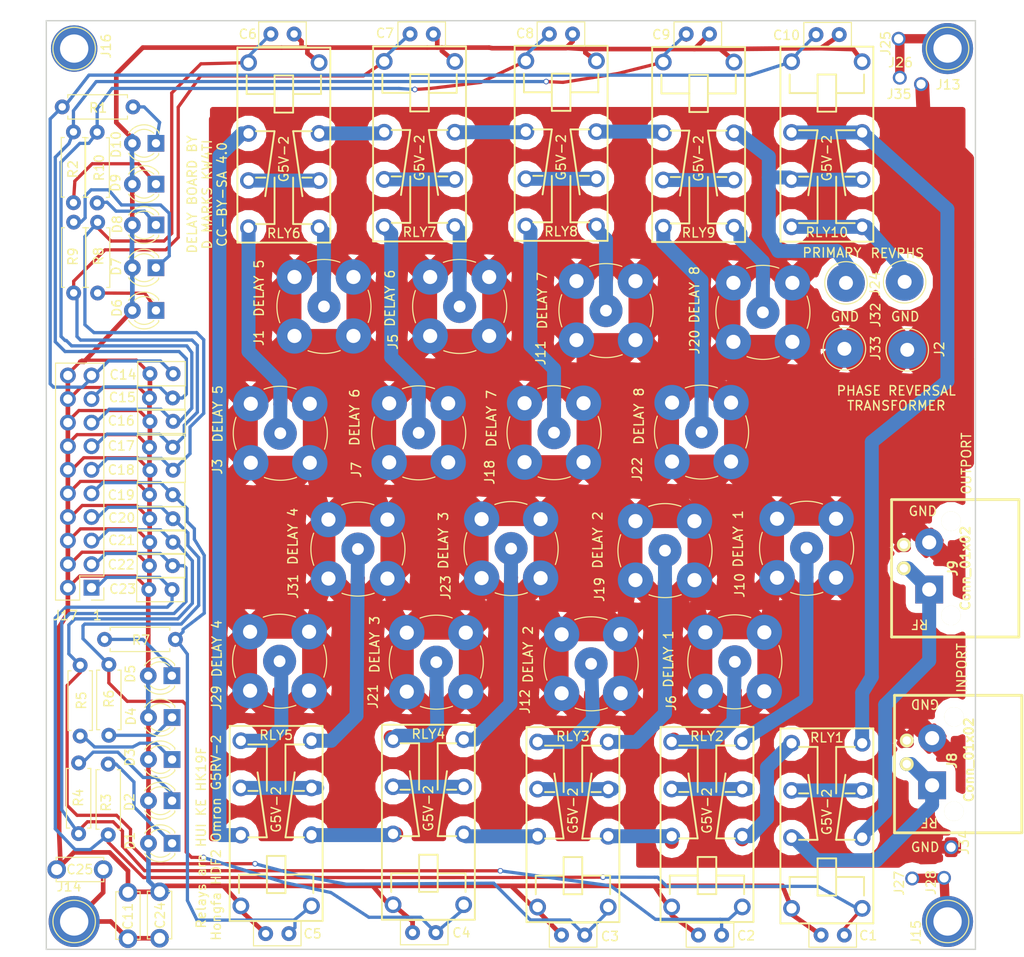
<source format=kicad_pcb>
(kicad_pcb (version 4) (host pcbnew 4.0.7)
  (layers (0 F.Cu signal) (31 B.Cu signal) (34 B.Paste user) (35 F.Paste user) (36 B.SilkS user) (37 F.SilkS user) (38 B.Mask user) (39 F.Mask user) (44 Edge.Cuts user))
  (net 0 "")
  (net 1 RFGND)
  (net 2 "Net-(J1-Pad1)")
  (net 3 "Net-(J10-Pad1)")
  (net 4 RLY1)
  (net 5 RLY2)
  (net 6 RLY3)
  (net 7 RLY4)
  (net 8 RLY5)
  (net 9 RLY6)
  (net 10 RLY7)
  (net 11 RLY8)
  (net 12 +5V)
  (net 13 "Net-(D1-Pad1)")
  (net 14 "Net-(D2-Pad1)")
  (net 15 "Net-(D3-Pad1)")
  (net 16 "Net-(D4-Pad1)")
  (net 17 "Net-(D5-Pad1)")
  (net 18 "Net-(D6-Pad1)")
  (net 19 "Net-(D7-Pad1)")
  (net 20 "Net-(D8-Pad1)")
  (net 21 RLY10)
  (net 22 RLY9)
  (net 23 "Net-(D9-Pad1)")
  (net 24 "Net-(D10-Pad1)")
  (net 25 RFSIG)
  (net 26 "Net-(J11-Pad1)")
  (net 27 "Net-(J18-Pad1)")
  (net 28 "Net-(J19-Pad1)")
  (net 29 "Net-(C11-Pad1)")
  (net 30 "Net-(J13-Pad1)")
  (net 31 "Net-(J15-Pad1)")
  (net 32 "Net-(J12-Pad1)")
  (net 33 "Net-(J20-Pad1)")
  (net 34 "Net-(J21-Pad1)")
  (net 35 "Net-(J29-Pad1)")
  (net 36 "Net-(J32-Pad1)")
  (net 37 RFOUT)
  (net 38 "Net-(J3-Pad1)")
  (net 39 "Net-(J7-Pad1)")
  (net 40 "Net-(J22-Pad1)")
  (net 41 "Net-(J23-Pad1)")
  (net 42 "Net-(J31-Pad1)")
  (net 43 "Net-(RLY2-Pad3)")
  (net 44 "Net-(RLY3-Pad3)")
  (net 45 "Net-(RLY4-Pad3)")
  (net 46 "Net-(RLY5-Pad3)")
  (net 47 "Net-(RLY6-Pad3)")
  (net 48 "Net-(RLY7-Pad3)")
  (net 49 "Net-(RLY8-Pad3)")
  (net 50 "Net-(RLY9-Pad3)")
  (net 51 "Net-(J5-Pad1)")
  (net 52 "Net-(J24-Pad1)")
  (net 53 "Net-(RLY1-Pad4)")
  (net 54 "Net-(RLY2-Pad2)")
  (net 55 "Net-(RLY3-Pad2)")
  (net 56 "Net-(RLY4-Pad2)")
  (net 57 "Net-(RLY5-Pad2)")
  (net 58 "Net-(RLY6-Pad2)")
  (net 59 "Net-(RLY7-Pad2)")
  (net 60 "Net-(RLY8-Pad2)")
  (net 61 "Net-(J6-Pad1)")
  (net 62 RFTHRU)
  (net 63 "Net-(RLY1-Pad3)")
  (module Connectors:bnc-ci (layer F.Cu) (at 104.648 94.361)
    (fp_text reference J18 (at -6.9342 4.2672 90) (layer F.SilkS))
    (fp_text value Conn_Coaxial)
    (pad 2 thru_hole circle (at -3.175 -3.175) (size 3.81 3.81) (drill 1.524) (layers *.Cu *.Mask) (net 1 RFGND))
    (pad 1 thru_hole circle (at 0 0) (size 3.556 3.556) (drill 1.27) (layers *.Cu *.Mask) (net 27 "Net-(J18-Pad1)"))
    (pad 2 thru_hole circle (at 3.175 -3.175) (size 3.81 3.81) (drill 1.524) (layers *.Cu *.Mask) (net 1 RFGND))
    (pad 2 thru_hole circle (at -3.175 3.175) (size 3.81 3.81) (drill 1.524) (layers *.Cu *.Mask) (net 1 RFGND))
    (pad 2 thru_hole circle (at 3.175 3.175) (size 3.81 3.81) (drill 1.524) (layers *.Cu *.Mask) (net 1 RFGND))
  )
  (module tuner:G2VRelay (layer F.Cu) (at 105.41 56.7055 270)
    (fp_text reference RLY8 (at 16 0 360) (layer F.SilkS))
    (fp_text value DPDTRelay)
    (fp_text user G5V-2 (at 8 0 270) (layer F.SilkS))
    (pad 2 thru_hole circle (at 5.24 -3.8 270) (size 1.8 1.8) (drill 1.1) (layers *.Cu *.Mask) (net 60 "Net-(RLY8-Pad2)"))
    (pad 4 thru_hole circle (at 15.4 -3.8 270) (size 1.8 1.8) (drill 1.1) (layers *.Cu *.Mask) (net 26 "Net-(J11-Pad1)"))
    (pad 3 thru_hole circle (at 10.32 -3.8 270) (size 1.8 1.8) (drill 1.1) (layers *.Cu *.Mask) (net 49 "Net-(RLY8-Pad3)"))
    (pad 7 thru_hole circle (at 10.32 3.8 270) (size 1.8 1.8) (drill 1.1) (layers *.Cu *.Mask) (net 49 "Net-(RLY8-Pad3)"))
    (pad 6 thru_hole circle (at 5.24 3.8 270) (size 1.8 1.8) (drill 1.1) (layers *.Cu *.Mask) (net 59 "Net-(RLY7-Pad2)"))
    (pad 8 thru_hole circle (at 15.4 3.8 270) (size 1.8 1.8) (drill 1.1) (layers *.Cu *.Mask) (net 27 "Net-(J18-Pad1)"))
    (pad 1 thru_hole circle (at -2.38 -3.8 270) (size 1.8 1.8) (drill 1.1) (layers *.Cu *.Mask) (net 12 +5V))
    (pad 5 thru_hole circle (at -2.38 3.8 270) (size 1.8 1.8) (drill 1.1) (layers *.Cu *.Mask) (net 11 RLY8))
  )
  (module Connectors:bnc-ci (layer F.Cu) (at 79.883 80.772)
    (fp_text reference J1 (at -7.00024 3.39344 90) (layer F.SilkS))
    (fp_text value Conn_Coaxial)
    (pad 2 thru_hole circle (at -3.175 -3.175) (size 3.81 3.81) (drill 1.524) (layers *.Cu *.Mask) (net 1 RFGND))
    (pad 1 thru_hole circle (at 0 0) (size 3.556 3.556) (drill 1.27) (layers *.Cu *.Mask) (net 2 "Net-(J1-Pad1)"))
    (pad 2 thru_hole circle (at 3.175 -3.175) (size 3.81 3.81) (drill 1.524) (layers *.Cu *.Mask) (net 1 RFGND))
    (pad 2 thru_hole circle (at -3.175 3.175) (size 3.81 3.81) (drill 1.524) (layers *.Cu *.Mask) (net 1 RFGND))
    (pad 2 thru_hole circle (at 3.175 3.175) (size 3.81 3.81) (drill 1.524) (layers *.Cu *.Mask) (net 1 RFGND))
  )
  (module Connectors:bnc-ci (layer F.Cu) (at 108.6358 119.253)
    (fp_text reference J12 (at -7.112 4.064 90) (layer F.SilkS))
    (fp_text value Conn_Coaxial)
    (pad 2 thru_hole circle (at -3.175 -3.175) (size 3.81 3.81) (drill 1.524) (layers *.Cu *.Mask) (net 1 RFGND))
    (pad 1 thru_hole circle (at 0 0) (size 3.556 3.556) (drill 1.27) (layers *.Cu *.Mask) (net 32 "Net-(J12-Pad1)"))
    (pad 2 thru_hole circle (at 3.175 -3.175) (size 3.81 3.81) (drill 1.524) (layers *.Cu *.Mask) (net 1 RFGND))
    (pad 2 thru_hole circle (at -3.175 3.175) (size 3.81 3.81) (drill 1.524) (layers *.Cu *.Mask) (net 1 RFGND))
    (pad 2 thru_hole circle (at 3.175 3.175) (size 3.81 3.81) (drill 1.524) (layers *.Cu *.Mask) (net 1 RFGND))
  )
  (module tuner:G2VRelay (layer F.Cu) (at 74.7395 142.9385 90)
    (fp_text reference RLY5 (at 16 0 180) (layer F.SilkS))
    (fp_text value DPDTRelay)
    (fp_text user G5V-2 (at 8 0 90) (layer F.SilkS))
    (pad 2 thru_hole circle (at 5.24 -3.8 90) (size 1.8 1.8) (drill 1.1) (layers *.Cu *.Mask) (net 57 "Net-(RLY5-Pad2)"))
    (pad 4 thru_hole circle (at 15.4 -3.8 90) (size 1.8 1.8) (drill 1.1) (layers *.Cu *.Mask) (net 35 "Net-(J29-Pad1)"))
    (pad 3 thru_hole circle (at 10.32 -3.8 90) (size 1.8 1.8) (drill 1.1) (layers *.Cu *.Mask) (net 46 "Net-(RLY5-Pad3)"))
    (pad 7 thru_hole circle (at 10.32 3.8 90) (size 1.8 1.8) (drill 1.1) (layers *.Cu *.Mask) (net 46 "Net-(RLY5-Pad3)"))
    (pad 6 thru_hole circle (at 5.24 3.8 90) (size 1.8 1.8) (drill 1.1) (layers *.Cu *.Mask) (net 56 "Net-(RLY4-Pad2)"))
    (pad 8 thru_hole circle (at 15.4 3.8 90) (size 1.8 1.8) (drill 1.1) (layers *.Cu *.Mask) (net 42 "Net-(J31-Pad1)"))
    (pad 1 thru_hole circle (at -2.38 -3.8 90) (size 1.8 1.8) (drill 1.1) (layers *.Cu *.Mask) (net 12 +5V))
    (pad 5 thru_hole circle (at -2.38 3.8 90) (size 1.8 1.8) (drill 1.1) (layers *.Cu *.Mask) (net 8 RLY5))
  )
  (module tuner:G2VRelay (layer F.Cu) (at 91.1225 142.8115 90)
    (fp_text reference RLY4 (at 16 0 180) (layer F.SilkS))
    (fp_text value DPDTRelay)
    (fp_text user G5V-2 (at 8 0 90) (layer F.SilkS))
    (pad 2 thru_hole circle (at 5.24 -3.8 90) (size 1.8 1.8) (drill 1.1) (layers *.Cu *.Mask) (net 56 "Net-(RLY4-Pad2)"))
    (pad 4 thru_hole circle (at 15.4 -3.8 90) (size 1.8 1.8) (drill 1.1) (layers *.Cu *.Mask) (net 34 "Net-(J21-Pad1)"))
    (pad 3 thru_hole circle (at 10.32 -3.8 90) (size 1.8 1.8) (drill 1.1) (layers *.Cu *.Mask) (net 45 "Net-(RLY4-Pad3)"))
    (pad 7 thru_hole circle (at 10.32 3.8 90) (size 1.8 1.8) (drill 1.1) (layers *.Cu *.Mask) (net 45 "Net-(RLY4-Pad3)"))
    (pad 6 thru_hole circle (at 5.24 3.8 90) (size 1.8 1.8) (drill 1.1) (layers *.Cu *.Mask) (net 55 "Net-(RLY3-Pad2)"))
    (pad 8 thru_hole circle (at 15.4 3.8 90) (size 1.8 1.8) (drill 1.1) (layers *.Cu *.Mask) (net 41 "Net-(J23-Pad1)"))
    (pad 1 thru_hole circle (at -2.38 -3.8 90) (size 1.8 1.8) (drill 1.1) (layers *.Cu *.Mask) (net 12 +5V))
    (pad 5 thru_hole circle (at -2.38 3.8 90) (size 1.8 1.8) (drill 1.1) (layers *.Cu *.Mask) (net 7 RLY4))
  )
  (module tuner:G2VRelay (layer F.Cu) (at 134.0104 143.2052 90)
    (fp_text reference RLY1 (at 16 0 180) (layer F.SilkS))
    (fp_text value DPDTRelay)
    (fp_text user G5V-2 (at 8 0 90) (layer F.SilkS))
    (pad 2 thru_hole circle (at 5.24 -3.8 90) (size 1.8 1.8) (drill 1.1) (layers *.Cu *.Mask) (net 25 RFSIG))
    (pad 4 thru_hole circle (at 15.4 -3.8 90) (size 1.8 1.8) (drill 1.1) (layers *.Cu *.Mask) (net 53 "Net-(RLY1-Pad4)"))
    (pad 3 thru_hole circle (at 10.32 -3.8 90) (size 1.8 1.8) (drill 1.1) (layers *.Cu *.Mask) (net 63 "Net-(RLY1-Pad3)"))
    (pad 7 thru_hole circle (at 10.32 3.8 90) (size 1.8 1.8) (drill 1.1) (layers *.Cu *.Mask) (net 63 "Net-(RLY1-Pad3)"))
    (pad 6 thru_hole circle (at 5.24 3.8 90) (size 1.8 1.8) (drill 1.1) (layers *.Cu *.Mask) (net 37 RFOUT))
    (pad 8 thru_hole circle (at 15.4 3.8 90) (size 1.8 1.8) (drill 1.1) (layers *.Cu *.Mask) (net 62 RFTHRU))
    (pad 1 thru_hole circle (at -2.38 -3.8 90) (size 1.8 1.8) (drill 1.1) (layers *.Cu *.Mask) (net 12 +5V))
    (pad 5 thru_hole circle (at -2.38 3.8 90) (size 1.8 1.8) (drill 1.1) (layers *.Cu *.Mask) (net 4 RLY1))
  )
  (module Resistors_THT:R_Axial_DIN0207_L6.3mm_D2.5mm_P7.62mm_Horizontal (layer F.Cu) (at 53.4797 129.921 270)
    (fp_text reference R4 (at 3.7465 0.0254 270) (layer F.SilkS))
    (fp_text value 1k)
    (pad 1 thru_hole circle (at 0 0 270) (size 1.6 1.6) (drill 0.8) (layers *.Cu *.Mask) (net 14 "Net-(D2-Pad1)"))
    (pad 2 thru_hole oval (at 7.62 0 270) (size 1.6 1.6) (drill 0.8) (layers *.Cu *.Mask) (net 5 RLY2))
  )
  (module Capacitors_THT:C_Disc_D5.0mm_W2.5mm_P2.50mm (layer F.Cu) (at 74.168 51.435)
    (fp_text reference C6 (at -2.4824 0.0122) (layer F.SilkS))
    (fp_text value "10 nF")
    (pad 1 thru_hole circle (at 0 0) (size 1.6 1.6) (drill 0.8) (layers *.Cu *.Mask) (net 9 RLY6))
    (pad 2 thru_hole circle (at 2.5 0) (size 1.6 1.6) (drill 0.8) (layers *.Cu *.Mask) (net 12 +5V))
  )
  (module Capacitors_THT:C_Disc_D5.0mm_W2.5mm_P2.50mm (layer F.Cu) (at 63.53556 111.25708 180)
    (fp_text reference C23 (at 5.3086 0.05588 180) (layer F.SilkS))
    (fp_text value "10 nF")
    (pad 1 thru_hole circle (at 0 0 180) (size 1.6 1.6) (drill 0.8) (layers *.Cu *.Mask) (net 4 RLY1))
    (pad 2 thru_hole circle (at 2.5 0 180) (size 1.6 1.6) (drill 0.8) (layers *.Cu *.Mask) (net 12 +5V))
  )
  (module LEDs:LED_D3.0mm (layer F.Cu) (at 63.5381 129.5527 180)
    (fp_text reference D3 (at 4.53644 0.2286 450) (layer F.SilkS))
    (fp_text value LED)
    (pad 1 thru_hole rect (at 0 0 180) (size 1.8 1.8) (drill 0.9) (layers *.Cu *.Mask) (net 15 "Net-(D3-Pad1)"))
    (pad 2 thru_hole circle (at 2.54 0 180) (size 1.8 1.8) (drill 0.9) (layers *.Cu *.Mask) (net 12 +5V))
  )
  (module Resistors_THT:R_Axial_DIN0207_L6.3mm_D2.5mm_P7.62mm_Horizontal (layer F.Cu) (at 52.9463 71.6915 270)
    (fp_text reference R9 (at 3.7084 0.0762 270) (layer F.SilkS))
    (fp_text value 1k)
    (pad 1 thru_hole circle (at 0 0 270) (size 1.6 1.6) (drill 0.8) (layers *.Cu *.Mask) (net 19 "Net-(D7-Pad1)"))
    (pad 2 thru_hole oval (at 7.62 0 270) (size 1.6 1.6) (drill 0.8) (layers *.Cu *.Mask) (net 10 RLY7))
  )
  (module LEDs:LED_D3.0mm (layer F.Cu) (at 63.5381 138.5824 180)
    (fp_text reference D1 (at 4.5339 0.2667 450) (layer F.SilkS))
    (fp_text value LED)
    (pad 1 thru_hole rect (at 0 0 180) (size 1.8 1.8) (drill 0.9) (layers *.Cu *.Mask) (net 13 "Net-(D1-Pad1)"))
    (pad 2 thru_hole circle (at 2.54 0 180) (size 1.8 1.8) (drill 0.9) (layers *.Cu *.Mask) (net 12 +5V))
  )
  (module LEDs:LED_D3.0mm (layer F.Cu) (at 63.5381 133.9977 180)
    (fp_text reference D2 (at 4.58216 -0.14224 450) (layer F.SilkS))
    (fp_text value LED)
    (pad 1 thru_hole rect (at 0 0 180) (size 1.8 1.8) (drill 0.9) (layers *.Cu *.Mask) (net 14 "Net-(D2-Pad1)"))
    (pad 2 thru_hole circle (at 2.54 0 180) (size 1.8 1.8) (drill 0.9) (layers *.Cu *.Mask) (net 12 +5V))
  )
  (module Capacitors_THT:C_Disc_D5.0mm_W2.5mm_P2.50mm (layer F.Cu) (at 135.89 148.463 180)
    (fp_text reference C1 (at -2.57048 -0.05588 360) (layer F.SilkS))
    (fp_text value "10 nF")
    (pad 1 thru_hole circle (at 0 0 180) (size 1.6 1.6) (drill 0.8) (layers *.Cu *.Mask) (net 4 RLY1))
    (pad 2 thru_hole circle (at 2.5 0 180) (size 1.6 1.6) (drill 0.8) (layers *.Cu *.Mask) (net 12 +5V))
  )
  (module Capacitors_THT:C_Disc_D5.0mm_W2.5mm_P2.50mm (layer F.Cu) (at 122.682 148.463 180)
    (fp_text reference C2 (at -2.6356 -0.0656 360) (layer F.SilkS))
    (fp_text value "10 nF")
    (pad 1 thru_hole circle (at 0 0 180) (size 1.6 1.6) (drill 0.8) (layers *.Cu *.Mask) (net 5 RLY2))
    (pad 2 thru_hole circle (at 2.5 0 180) (size 1.6 1.6) (drill 0.8) (layers *.Cu *.Mask) (net 12 +5V))
  )
  (module Capacitors_THT:C_Disc_D5.0mm_W2.5mm_P2.50mm (layer F.Cu) (at 107.95 148.463 180)
    (fp_text reference C3 (at -2.7174 -0.141 360) (layer F.SilkS))
    (fp_text value "10 nF")
    (pad 1 thru_hole circle (at 0 0 180) (size 1.6 1.6) (drill 0.8) (layers *.Cu *.Mask) (net 6 RLY3))
    (pad 2 thru_hole circle (at 2.5 0 180) (size 1.6 1.6) (drill 0.8) (layers *.Cu *.Mask) (net 12 +5V))
  )
  (module Capacitors_THT:C_Disc_D5.0mm_W2.5mm_P2.50mm (layer F.Cu) (at 91.9226 148.1963 180)
    (fp_text reference C4 (at -2.7536 -0.0176 360) (layer F.SilkS))
    (fp_text value "10 nF")
    (pad 1 thru_hole circle (at 0 0 180) (size 1.6 1.6) (drill 0.8) (layers *.Cu *.Mask) (net 7 RLY4))
    (pad 2 thru_hole circle (at 2.5 0 180) (size 1.6 1.6) (drill 0.8) (layers *.Cu *.Mask) (net 12 +5V))
  )
  (module Capacitors_THT:C_Disc_D5.0mm_W2.5mm_P2.50mm (layer F.Cu) (at 76.10856 148.30552 180)
    (fp_text reference C5 (at -2.5488 -0.0124 360) (layer F.SilkS))
    (fp_text value "10 nF")
    (pad 1 thru_hole circle (at 0 0 180) (size 1.6 1.6) (drill 0.8) (layers *.Cu *.Mask) (net 8 RLY5))
    (pad 2 thru_hole circle (at 2.5 0 180) (size 1.6 1.6) (drill 0.8) (layers *.Cu *.Mask) (net 12 +5V))
  )
  (module Capacitors_THT:C_Disc_D5.0mm_W2.5mm_P2.50mm (layer F.Cu) (at 89.154 51.435)
    (fp_text reference C7 (at -2.7016 -0.0878 180) (layer F.SilkS))
    (fp_text value "10 nF")
    (pad 1 thru_hole circle (at 0 0) (size 1.6 1.6) (drill 0.8) (layers *.Cu *.Mask) (net 10 RLY7))
    (pad 2 thru_hole circle (at 2.5 0) (size 1.6 1.6) (drill 0.8) (layers *.Cu *.Mask) (net 12 +5V))
  )
  (module Capacitors_THT:C_Disc_D5.0mm_W2.5mm_P2.50mm (layer F.Cu) (at 104.14 51.435)
    (fp_text reference C8 (at -2.6104 -0.062 180) (layer F.SilkS))
    (fp_text value "10 nF")
    (pad 1 thru_hole circle (at 0 0) (size 1.6 1.6) (drill 0.8) (layers *.Cu *.Mask) (net 11 RLY8))
    (pad 2 thru_hole circle (at 2.5 0) (size 1.6 1.6) (drill 0.8) (layers *.Cu *.Mask) (net 12 +5V))
  )
  (module Capacitors_THT:C_Disc_D5.0mm_W2.5mm_P2.50mm (layer F.Cu) (at 118.872 51.435)
    (fp_text reference C9 (at -2.6874 0.0618) (layer F.SilkS))
    (fp_text value "10 nF")
    (pad 1 thru_hole circle (at 0 0) (size 1.6 1.6) (drill 0.8) (layers *.Cu *.Mask) (net 22 RLY9))
    (pad 2 thru_hole circle (at 2.5 0) (size 1.6 1.6) (drill 0.8) (layers *.Cu *.Mask) (net 12 +5V))
  )
  (module Resistors_THT:R_Axial_DIN0207_L6.3mm_D2.5mm_P7.62mm_Horizontal (layer F.Cu) (at 59.3344 59.2836 180)
    (fp_text reference R1 (at 3.7592 -0.1016 180) (layer F.SilkS))
    (fp_text value 1k)
    (pad 1 thru_hole circle (at 0 0 180) (size 1.6 1.6) (drill 0.8) (layers *.Cu *.Mask) (net 24 "Net-(D10-Pad1)"))
    (pad 2 thru_hole oval (at 7.62 0 180) (size 1.6 1.6) (drill 0.8) (layers *.Cu *.Mask) (net 21 RLY10))
  )
  (module Connectors:1pin (layer F.Cu) (at 147 53)
    (fp_text reference J13 (at 0.066 3.896) (layer F.SilkS))
    (fp_text value Conn_01x01)
    (pad 1 thru_hole circle (at 0 0) (size 5.5 5.5) (drill 3.048) (layers *.Cu *.Mask) (net 30 "Net-(J13-Pad1)"))
  )
  (module Connectors:1pin (layer F.Cu) (at 53 147)
    (fp_text reference J14 (at -0.549 -3.744) (layer F.SilkS))
    (fp_text value Conn_01x01)
    (pad 1 thru_hole circle (at 0 0) (size 5.5 5.5) (drill 3.048) (layers *.Cu *.Mask) (net 29 "Net-(C11-Pad1)"))
  )
  (module Resistors_THT:R_Axial_DIN0207_L6.3mm_D2.5mm_P7.62mm_Horizontal (layer F.Cu) (at 52.9209 69.596 90)
    (fp_text reference R2 (at 3.6068 -0.0508 90) (layer F.SilkS))
    (fp_text value 1k)
    (pad 1 thru_hole circle (at 0 0 90) (size 1.6 1.6) (drill 0.8) (layers *.Cu *.Mask) (net 23 "Net-(D9-Pad1)"))
    (pad 2 thru_hole oval (at 7.62 0 90) (size 1.6 1.6) (drill 0.8) (layers *.Cu *.Mask) (net 22 RLY9))
  )
  (module LEDs:LED_D3.0mm (layer F.Cu) (at 63.5381 125.0315 180)
    (fp_text reference D4 (at 4.4196 0.11684 450) (layer F.SilkS))
    (fp_text value LED)
    (pad 1 thru_hole rect (at 0 0 180) (size 1.8 1.8) (drill 0.9) (layers *.Cu *.Mask) (net 16 "Net-(D4-Pad1)"))
    (pad 2 thru_hole circle (at 2.54 0 180) (size 1.8 1.8) (drill 0.9) (layers *.Cu *.Mask) (net 12 +5V))
  )
  (module LEDs:LED_D3.0mm (layer F.Cu) (at 63.5127 120.5357 180)
    (fp_text reference D5 (at 4.4704 0.2032 450) (layer F.SilkS))
    (fp_text value LED)
    (pad 1 thru_hole rect (at 0 0 180) (size 1.8 1.8) (drill 0.9) (layers *.Cu *.Mask) (net 17 "Net-(D5-Pad1)"))
    (pad 2 thru_hole circle (at 2.54 0 180) (size 1.8 1.8) (drill 0.9) (layers *.Cu *.Mask) (net 12 +5V))
  )
  (module LEDs:LED_D3.0mm (layer F.Cu) (at 61.8 81.2 180)
    (fp_text reference D6 (at 4.19354 0.26924 450) (layer F.SilkS))
    (fp_text value LED)
    (pad 1 thru_hole rect (at 0 0 180) (size 1.8 1.8) (drill 0.9) (layers *.Cu *.Mask) (net 18 "Net-(D6-Pad1)"))
    (pad 2 thru_hole circle (at 2.54 0 180) (size 1.8 1.8) (drill 0.9) (layers *.Cu *.Mask) (net 12 +5V))
  )
  (module LEDs:LED_D3.0mm (layer F.Cu) (at 61.8 76.6 180)
    (fp_text reference D7 (at 4.26974 0.11684 450) (layer F.SilkS))
    (fp_text value LED)
    (pad 1 thru_hole rect (at 0 0 180) (size 1.8 1.8) (drill 0.9) (layers *.Cu *.Mask) (net 19 "Net-(D7-Pad1)"))
    (pad 2 thru_hole circle (at 2.54 0 180) (size 1.8 1.8) (drill 0.9) (layers *.Cu *.Mask) (net 12 +5V))
  )
  (module LEDs:LED_D3.0mm (layer F.Cu) (at 61.8 72 180)
    (fp_text reference D8 (at 4.15544 0.0762 450) (layer F.SilkS))
    (fp_text value LED)
    (pad 1 thru_hole rect (at 0 0 180) (size 1.8 1.8) (drill 0.9) (layers *.Cu *.Mask) (net 20 "Net-(D8-Pad1)"))
    (pad 2 thru_hole circle (at 2.54 0 180) (size 1.8 1.8) (drill 0.9) (layers *.Cu *.Mask) (net 12 +5V))
  )
  (module Resistors_THT:R_Axial_DIN0207_L6.3mm_D2.5mm_P7.62mm_Horizontal (layer F.Cu) (at 56.6674 130.048 270)
    (fp_text reference R3 (at 4.1529 0.2286 270) (layer F.SilkS))
    (fp_text value 1k)
    (pad 1 thru_hole circle (at 0 0 270) (size 1.6 1.6) (drill 0.8) (layers *.Cu *.Mask) (net 13 "Net-(D1-Pad1)"))
    (pad 2 thru_hole oval (at 7.62 0 270) (size 1.6 1.6) (drill 0.8) (layers *.Cu *.Mask) (net 4 RLY1))
  )
  (module Resistors_THT:R_Axial_DIN0207_L6.3mm_D2.5mm_P7.62mm_Horizontal (layer F.Cu) (at 53.6448 127.0254 90)
    (fp_text reference R5 (at 3.8227 0.1397 90) (layer F.SilkS))
    (fp_text value 1k)
    (pad 1 thru_hole circle (at 0 0 90) (size 1.6 1.6) (drill 0.8) (layers *.Cu *.Mask) (net 15 "Net-(D3-Pad1)"))
    (pad 2 thru_hole oval (at 7.62 0 90) (size 1.6 1.6) (drill 0.8) (layers *.Cu *.Mask) (net 6 RLY3))
  )
  (module Resistors_THT:R_Axial_DIN0207_L6.3mm_D2.5mm_P7.62mm_Horizontal (layer F.Cu) (at 56.7309 126.9492 90)
    (fp_text reference R6 (at 3.937 0.0127 90) (layer F.SilkS))
    (fp_text value 1k)
    (pad 1 thru_hole circle (at 0 0 90) (size 1.6 1.6) (drill 0.8) (layers *.Cu *.Mask) (net 16 "Net-(D4-Pad1)"))
    (pad 2 thru_hole oval (at 7.62 0 90) (size 1.6 1.6) (drill 0.8) (layers *.Cu *.Mask) (net 7 RLY4))
  )
  (module Resistors_THT:R_Axial_DIN0207_L6.3mm_D2.5mm_P7.62mm_Horizontal (layer F.Cu) (at 56.2737 116.6241)
    (fp_text reference R7 (at 3.9116 0.0762) (layer F.SilkS))
    (fp_text value 1k)
    (pad 1 thru_hole circle (at 0 0) (size 1.6 1.6) (drill 0.8) (layers *.Cu *.Mask) (net 17 "Net-(D5-Pad1)"))
    (pad 2 thru_hole oval (at 7.62 0) (size 1.6 1.6) (drill 0.8) (layers *.Cu *.Mask) (net 8 RLY5))
  )
  (module Resistors_THT:R_Axial_DIN0207_L6.3mm_D2.5mm_P7.62mm_Horizontal (layer F.Cu) (at 55.525 79.325 90)
    (fp_text reference R8 (at 3.9624 0.1016 90) (layer F.SilkS))
    (fp_text value 1k)
    (pad 1 thru_hole circle (at 0 0 90) (size 1.6 1.6) (drill 0.8) (layers *.Cu *.Mask) (net 18 "Net-(D6-Pad1)"))
    (pad 2 thru_hole oval (at 7.62 0 90) (size 1.6 1.6) (drill 0.8) (layers *.Cu *.Mask) (net 9 RLY6))
  )
  (module Resistors_THT:R_Axial_DIN0207_L6.3mm_D2.5mm_P7.62mm_Horizontal (layer F.Cu) (at 55.475 69.625 90)
    (fp_text reference R10 (at 3.7973 0.2159 90) (layer F.SilkS))
    (fp_text value 1k)
    (pad 1 thru_hole circle (at 0 0 90) (size 1.6 1.6) (drill 0.8) (layers *.Cu *.Mask) (net 20 "Net-(D8-Pad1)"))
    (pad 2 thru_hole oval (at 7.62 0 90) (size 1.6 1.6) (drill 0.8) (layers *.Cu *.Mask) (net 11 RLY8))
  )
  (module LEDs:LED_D3.0mm (layer F.Cu) (at 61.8 67.6 180)
    (fp_text reference D9 (at 4.34086 0.1397 270) (layer F.SilkS))
    (fp_text value LED)
    (pad 1 thru_hole rect (at 0 0 180) (size 1.8 1.8) (drill 0.9) (layers *.Cu *.Mask) (net 23 "Net-(D9-Pad1)"))
    (pad 2 thru_hole circle (at 2.54 0 180) (size 1.8 1.8) (drill 0.9) (layers *.Cu *.Mask) (net 12 +5V))
  )
  (module LEDs:LED_D3.0mm (layer F.Cu) (at 61.8 63.2 180)
    (fp_text reference D10 (at 4.28244 -0.1397 270) (layer F.SilkS))
    (fp_text value LED)
    (pad 1 thru_hole rect (at 0 0 180) (size 1.8 1.8) (drill 0.9) (layers *.Cu *.Mask) (net 24 "Net-(D10-Pad1)"))
    (pad 2 thru_hole circle (at 2.54 0 180) (size 1.8 1.8) (drill 0.9) (layers *.Cu *.Mask) (net 12 +5V))
  )
  (module Pin_Headers:Pin_Header_Straight_2x10_Pitch2.54mm (layer F.Cu) (at 54.864 111.0615 180)
    (fp_text reference J17 (at 2.794 -2.9845 180) (layer F.SilkS))
    (fp_text value Conn_02x10_Odd_Even)
    (pad 1 thru_hole rect (at 0 0 180) (size 1.7 1.7) (drill 1) (layers *.Cu *.Mask) (net 4 RLY1))
    (pad 2 thru_hole oval (at 2.54 0 180) (size 1.7 1.7) (drill 1) (layers *.Cu *.Mask) (net 12 +5V))
    (pad 3 thru_hole oval (at 0 2.54 180) (size 1.7 1.7) (drill 1) (layers *.Cu *.Mask) (net 5 RLY2))
    (pad 4 thru_hole oval (at 2.54 2.54 180) (size 1.7 1.7) (drill 1) (layers *.Cu *.Mask) (net 12 +5V))
    (pad 5 thru_hole oval (at 0 5.08 180) (size 1.7 1.7) (drill 1) (layers *.Cu *.Mask) (net 6 RLY3))
    (pad 6 thru_hole oval (at 2.54 5.08 180) (size 1.7 1.7) (drill 1) (layers *.Cu *.Mask) (net 12 +5V))
    (pad 7 thru_hole oval (at 0 7.62 180) (size 1.7 1.7) (drill 1) (layers *.Cu *.Mask) (net 7 RLY4))
    (pad 8 thru_hole oval (at 2.54 7.62 180) (size 1.7 1.7) (drill 1) (layers *.Cu *.Mask) (net 12 +5V))
    (pad 9 thru_hole oval (at 0 10.16 180) (size 1.7 1.7) (drill 1) (layers *.Cu *.Mask) (net 8 RLY5))
    (pad 10 thru_hole oval (at 2.54 10.16 180) (size 1.7 1.7) (drill 1) (layers *.Cu *.Mask) (net 12 +5V))
    (pad 11 thru_hole oval (at 0 12.7 180) (size 1.7 1.7) (drill 1) (layers *.Cu *.Mask) (net 9 RLY6))
    (pad 12 thru_hole oval (at 2.54 12.7 180) (size 1.7 1.7) (drill 1) (layers *.Cu *.Mask) (net 12 +5V))
    (pad 13 thru_hole oval (at 0 15.24 180) (size 1.7 1.7) (drill 1) (layers *.Cu *.Mask) (net 10 RLY7))
    (pad 14 thru_hole oval (at 2.54 15.24 180) (size 1.7 1.7) (drill 1) (layers *.Cu *.Mask) (net 12 +5V))
    (pad 15 thru_hole oval (at 0 17.78 180) (size 1.7 1.7) (drill 1) (layers *.Cu *.Mask) (net 11 RLY8))
    (pad 16 thru_hole oval (at 2.54 17.78 180) (size 1.7 1.7) (drill 1) (layers *.Cu *.Mask) (net 12 +5V))
    (pad 17 thru_hole oval (at 0 20.32 180) (size 1.7 1.7) (drill 1) (layers *.Cu *.Mask) (net 22 RLY9))
    (pad 18 thru_hole oval (at 2.54 20.32 180) (size 1.7 1.7) (drill 1) (layers *.Cu *.Mask) (net 12 +5V))
    (pad 19 thru_hole oval (at 0 22.86 180) (size 1.7 1.7) (drill 1) (layers *.Cu *.Mask) (net 21 RLY10))
    (pad 20 thru_hole oval (at 2.54 22.86 180) (size 1.7 1.7) (drill 1) (layers *.Cu *.Mask) (net 12 +5V))
  )
  (module Capacitors_THT:C_Disc_D5.0mm_W2.5mm_P2.50mm (layer F.Cu) (at 63.6524 88.011 180)
    (fp_text reference C14 (at 5.39496 -0.11684 360) (layer F.SilkS))
    (fp_text value "10 nF")
    (pad 1 thru_hole circle (at 0 0 180) (size 1.6 1.6) (drill 0.8) (layers *.Cu *.Mask) (net 21 RLY10))
    (pad 2 thru_hole circle (at 2.5 0 180) (size 1.6 1.6) (drill 0.8) (layers *.Cu *.Mask) (net 12 +5V))
  )
  (module Capacitors_THT:C_Disc_D5.0mm_W2.5mm_P2.50mm (layer F.Cu) (at 63.6016 90.6272 180)
    (fp_text reference C15 (at 5.42036 0.06096 360) (layer F.SilkS))
    (fp_text value "10 nF")
    (pad 1 thru_hole circle (at 0 0 180) (size 1.6 1.6) (drill 0.8) (layers *.Cu *.Mask) (net 22 RLY9))
    (pad 2 thru_hole circle (at 2.5 0 180) (size 1.6 1.6) (drill 0.8) (layers *.Cu *.Mask) (net 12 +5V))
  )
  (module Capacitors_THT:C_Disc_D5.0mm_W2.5mm_P2.50mm (layer F.Cu) (at 63.6524 93.1418 180)
    (fp_text reference C16 (at 5.588 0.06096 360) (layer F.SilkS))
    (fp_text value "10 nF")
    (pad 1 thru_hole circle (at 0 0 180) (size 1.6 1.6) (drill 0.8) (layers *.Cu *.Mask) (net 11 RLY8))
    (pad 2 thru_hole circle (at 2.5 0 180) (size 1.6 1.6) (drill 0.8) (layers *.Cu *.Mask) (net 12 +5V))
  )
  (module Capacitors_THT:C_Disc_D5.0mm_W2.5mm_P2.50mm (layer F.Cu) (at 63.6016 95.9358 180)
    (fp_text reference C17 (at 5.5372 0.1524 360) (layer F.SilkS))
    (fp_text value "10 nF")
    (pad 1 thru_hole circle (at 0 0 180) (size 1.6 1.6) (drill 0.8) (layers *.Cu *.Mask) (net 10 RLY7))
    (pad 2 thru_hole circle (at 2.5 0 180) (size 1.6 1.6) (drill 0.8) (layers *.Cu *.Mask) (net 12 +5V))
  )
  (module Capacitors_THT:C_Disc_D5.0mm_W2.5mm_P2.50mm (layer F.Cu) (at 63.6524 98.3996 180)
    (fp_text reference C18 (at 5.588 0.0254 360) (layer F.SilkS))
    (fp_text value "10 nF")
    (pad 1 thru_hole circle (at 0 0 180) (size 1.6 1.6) (drill 0.8) (layers *.Cu *.Mask) (net 9 RLY6))
    (pad 2 thru_hole circle (at 2.5 0 180) (size 1.6 1.6) (drill 0.8) (layers *.Cu *.Mask) (net 12 +5V))
  )
  (module Capacitors_THT:C_Disc_D5.0mm_W2.5mm_P2.50mm (layer F.Cu) (at 63.6016 101.0412 180)
    (fp_text reference C19 (at 5.54228 -0.04572 360) (layer F.SilkS))
    (fp_text value "10 nF")
    (pad 1 thru_hole circle (at 0 0 180) (size 1.6 1.6) (drill 0.8) (layers *.Cu *.Mask) (net 8 RLY5))
    (pad 2 thru_hole circle (at 2.5 0 180) (size 1.6 1.6) (drill 0.8) (layers *.Cu *.Mask) (net 12 +5V))
  )
  (module Capacitors_THT:C_Disc_D5.0mm_W2.5mm_P2.50mm (layer F.Cu) (at 63.627 103.632 180)
    (fp_text reference C20 (at 5.5118 0.08636 360) (layer F.SilkS))
    (fp_text value "10 nF")
    (pad 1 thru_hole circle (at 0 0 180) (size 1.6 1.6) (drill 0.8) (layers *.Cu *.Mask) (net 7 RLY4))
    (pad 2 thru_hole circle (at 2.5 0 180) (size 1.6 1.6) (drill 0.8) (layers *.Cu *.Mask) (net 12 +5V))
  )
  (module Capacitors_THT:C_Disc_D5.0mm_W2.5mm_P2.50mm (layer F.Cu) (at 63.627 106.1466 180)
    (fp_text reference C21 (at 5.5118 0.19812 360) (layer F.SilkS))
    (fp_text value "10 nF")
    (pad 1 thru_hole circle (at 0 0 180) (size 1.6 1.6) (drill 0.8) (layers *.Cu *.Mask) (net 6 RLY3))
    (pad 2 thru_hole circle (at 2.5 0 180) (size 1.6 1.6) (drill 0.8) (layers *.Cu *.Mask) (net 12 +5V))
  )
  (module Capacitors_THT:C_Disc_D5.0mm_W2.5mm_P2.50mm (layer F.Cu) (at 63.59144 108.6866 180)
    (fp_text reference C22 (at 5.53212 0.11176 360) (layer F.SilkS))
    (fp_text value "10 nF")
    (pad 1 thru_hole circle (at 0 0 180) (size 1.6 1.6) (drill 0.8) (layers *.Cu *.Mask) (net 5 RLY2))
    (pad 2 thru_hole circle (at 2.5 0 180) (size 1.6 1.6) (drill 0.8) (layers *.Cu *.Mask) (net 12 +5V))
  )
  (module Capacitors_THT:C_Disc_D5.0mm_W2.5mm_P5.00mm (layer F.Cu) (at 58.79084 148.85924 90)
    (fp_text reference C11 (at 2.413 0 90) (layer F.SilkS))
    (fp_text value "10 nF")
    (pad 1 thru_hole circle (at 0 0 90) (size 2 2) (drill 1.2) (layers *.Cu *.Mask) (net 29 "Net-(C11-Pad1)"))
    (pad 2 thru_hole circle (at 5 0 90) (size 2 2) (drill 1.2) (layers *.Cu *.Mask) (net 12 +5V))
  )
  (module Capacitors_THT:C_Disc_D5.0mm_W2.5mm_P5.00mm (layer F.Cu) (at 62.1919 148.8059 90)
    (fp_text reference C24 (at 2.4638 0.0635 90) (layer F.SilkS))
    (fp_text value "10 nF")
    (pad 1 thru_hole circle (at 0 0 90) (size 2 2) (drill 1.2) (layers *.Cu *.Mask) (net 29 "Net-(C11-Pad1)"))
    (pad 2 thru_hole circle (at 5 0 90) (size 2 2) (drill 1.2) (layers *.Cu *.Mask) (net 12 +5V))
  )
  (module Capacitors_THT:C_Disc_D5.0mm_W2.5mm_P5.00mm (layer F.Cu) (at 56.1213 141.4018 180)
    (fp_text reference C25 (at 2.5146 0 180) (layer F.SilkS))
    (fp_text value "10 nF")
    (pad 1 thru_hole circle (at 0 0 180) (size 2 2) (drill 1.2) (layers *.Cu *.Mask) (net 29 "Net-(C11-Pad1)"))
    (pad 2 thru_hole circle (at 5 0 180) (size 2 2) (drill 1.2) (layers *.Cu *.Mask) (net 12 +5V))
  )
  (module Connectors:1pin (layer F.Cu) (at 147 147)
    (fp_text reference J15 (at -3.3884 1.1836 90) (layer F.SilkS))
    (fp_text value Conn_01x01)
    (pad 1 thru_hole circle (at 0 0) (size 5.5 5.5) (drill 3.048) (layers *.Cu *.Mask) (net 31 "Net-(J15-Pad1)"))
  )
  (module tuner:SOLDERJUMPER (layer F.Cu) (at 140.462 51.943 180)
    (fp_text reference J25 (at 0.127 -0.508 270) (layer F.SilkS))
    (fp_text value Conn_01x01)
    (pad 1 thru_hole oval (at -1.27 0 180) (size 1.5 1.5) (drill 1) (layers *.Cu *.Mask) (net 30 "Net-(J13-Pad1)"))
  )
  (module tuner:SOLDERJUMPER (layer F.Cu) (at 140.589 56.134 180)
    (fp_text reference J26 (at -1.3462 1.6256 360) (layer F.SilkS))
    (fp_text value Conn_01x01)
    (pad 1 thru_hole oval (at -1.27 0 180) (size 1.5 1.5) (drill 1) (layers *.Cu *.Mask) (net 30 "Net-(J13-Pad1)"))
  )
  (module tuner:SOLDERJUMPER (layer F.Cu) (at 141.9225 142.367 180)
    (fp_text reference J27 (at 0.127 -0.508 270) (layer F.SilkS))
    (fp_text value Conn_01x01)
    (pad 1 thru_hole oval (at -1.27 0 180) (size 1.5 1.5) (drill 1) (layers *.Cu *.Mask) (net 31 "Net-(J15-Pad1)"))
  )
  (module tuner:SOLDERJUMPER (layer F.Cu) (at 145.3515 142.3035 180)
    (fp_text reference J28 (at 0.127 -0.508 270) (layer F.SilkS))
    (fp_text value Conn_01x01)
    (pad 1 thru_hole oval (at -1.27 0 180) (size 1.5 1.5) (drill 1) (layers *.Cu *.Mask) (net 31 "Net-(J15-Pad1)"))
  )
  (module tuner:G2VRelay (layer F.Cu) (at 121.1072 143.0528 90)
    (fp_text reference RLY2 (at 16 0 180) (layer F.SilkS))
    (fp_text value DPDTRelay)
    (fp_text user G5V-2 (at 8 0 90) (layer F.SilkS))
    (pad 2 thru_hole circle (at 5.24 -3.8 90) (size 1.8 1.8) (drill 1.1) (layers *.Cu *.Mask) (net 54 "Net-(RLY2-Pad2)"))
    (pad 4 thru_hole circle (at 15.4 -3.8 90) (size 1.8 1.8) (drill 1.1) (layers *.Cu *.Mask) (net 61 "Net-(J6-Pad1)"))
    (pad 3 thru_hole circle (at 10.32 -3.8 90) (size 1.8 1.8) (drill 1.1) (layers *.Cu *.Mask) (net 43 "Net-(RLY2-Pad3)"))
    (pad 7 thru_hole circle (at 10.32 3.8 90) (size 1.8 1.8) (drill 1.1) (layers *.Cu *.Mask) (net 43 "Net-(RLY2-Pad3)"))
    (pad 6 thru_hole circle (at 5.24 3.8 90) (size 1.8 1.8) (drill 1.1) (layers *.Cu *.Mask) (net 53 "Net-(RLY1-Pad4)"))
    (pad 8 thru_hole circle (at 15.4 3.8 90) (size 1.8 1.8) (drill 1.1) (layers *.Cu *.Mask) (net 3 "Net-(J10-Pad1)"))
    (pad 1 thru_hole circle (at -2.38 -3.8 90) (size 1.8 1.8) (drill 1.1) (layers *.Cu *.Mask) (net 12 +5V))
    (pad 5 thru_hole circle (at -2.38 3.8 90) (size 1.8 1.8) (drill 1.1) (layers *.Cu *.Mask) (net 5 RLY2))
  )
  (module tuner:G2VRelay (layer F.Cu) (at 106.68 143.0655 90)
    (fp_text reference RLY3 (at 16 0 180) (layer F.SilkS))
    (fp_text value DPDTRelay)
    (fp_text user G5V-2 (at 8 0 90) (layer F.SilkS))
    (pad 2 thru_hole circle (at 5.24 -3.8 90) (size 1.8 1.8) (drill 1.1) (layers *.Cu *.Mask) (net 55 "Net-(RLY3-Pad2)"))
    (pad 4 thru_hole circle (at 15.4 -3.8 90) (size 1.8 1.8) (drill 1.1) (layers *.Cu *.Mask) (net 32 "Net-(J12-Pad1)"))
    (pad 3 thru_hole circle (at 10.32 -3.8 90) (size 1.8 1.8) (drill 1.1) (layers *.Cu *.Mask) (net 44 "Net-(RLY3-Pad3)"))
    (pad 7 thru_hole circle (at 10.32 3.8 90) (size 1.8 1.8) (drill 1.1) (layers *.Cu *.Mask) (net 44 "Net-(RLY3-Pad3)"))
    (pad 6 thru_hole circle (at 5.24 3.8 90) (size 1.8 1.8) (drill 1.1) (layers *.Cu *.Mask) (net 54 "Net-(RLY2-Pad2)"))
    (pad 8 thru_hole circle (at 15.4 3.8 90) (size 1.8 1.8) (drill 1.1) (layers *.Cu *.Mask) (net 28 "Net-(J19-Pad1)"))
    (pad 1 thru_hole circle (at -2.38 -3.8 90) (size 1.8 1.8) (drill 1.1) (layers *.Cu *.Mask) (net 12 +5V))
    (pad 5 thru_hole circle (at -2.38 3.8 90) (size 1.8 1.8) (drill 1.1) (layers *.Cu *.Mask) (net 6 RLY3))
  )
  (module tuner:G2VRelay (layer F.Cu) (at 75.565 56.896 270)
    (fp_text reference RLY6 (at 16 0 360) (layer F.SilkS))
    (fp_text value DPDTRelay)
    (fp_text user G5V-2 (at 8 0 270) (layer F.SilkS))
    (pad 2 thru_hole circle (at 5.24 -3.8 270) (size 1.8 1.8) (drill 1.1) (layers *.Cu *.Mask) (net 58 "Net-(RLY6-Pad2)"))
    (pad 4 thru_hole circle (at 15.4 -3.8 270) (size 1.8 1.8) (drill 1.1) (layers *.Cu *.Mask) (net 2 "Net-(J1-Pad1)"))
    (pad 3 thru_hole circle (at 10.32 -3.8 270) (size 1.8 1.8) (drill 1.1) (layers *.Cu *.Mask) (net 47 "Net-(RLY6-Pad3)"))
    (pad 7 thru_hole circle (at 10.32 3.8 270) (size 1.8 1.8) (drill 1.1) (layers *.Cu *.Mask) (net 47 "Net-(RLY6-Pad3)"))
    (pad 6 thru_hole circle (at 5.24 3.8 270) (size 1.8 1.8) (drill 1.1) (layers *.Cu *.Mask) (net 57 "Net-(RLY5-Pad2)"))
    (pad 8 thru_hole circle (at 15.4 3.8 270) (size 1.8 1.8) (drill 1.1) (layers *.Cu *.Mask) (net 38 "Net-(J3-Pad1)"))
    (pad 1 thru_hole circle (at -2.38 -3.8 270) (size 1.8 1.8) (drill 1.1) (layers *.Cu *.Mask) (net 12 +5V))
    (pad 5 thru_hole circle (at -2.38 3.8 270) (size 1.8 1.8) (drill 1.1) (layers *.Cu *.Mask) (net 9 RLY6))
  )
  (module tuner:G2VRelay (layer F.Cu) (at 90.17 56.769 270)
    (fp_text reference RLY7 (at 16 0 360) (layer F.SilkS))
    (fp_text value DPDTRelay)
    (fp_text user G5V-2 (at 8 0 270) (layer F.SilkS))
    (pad 2 thru_hole circle (at 5.24 -3.8 270) (size 1.8 1.8) (drill 1.1) (layers *.Cu *.Mask) (net 59 "Net-(RLY7-Pad2)"))
    (pad 4 thru_hole circle (at 15.4 -3.8 270) (size 1.8 1.8) (drill 1.1) (layers *.Cu *.Mask) (net 51 "Net-(J5-Pad1)"))
    (pad 3 thru_hole circle (at 10.32 -3.8 270) (size 1.8 1.8) (drill 1.1) (layers *.Cu *.Mask) (net 48 "Net-(RLY7-Pad3)"))
    (pad 7 thru_hole circle (at 10.32 3.8 270) (size 1.8 1.8) (drill 1.1) (layers *.Cu *.Mask) (net 48 "Net-(RLY7-Pad3)"))
    (pad 6 thru_hole circle (at 5.24 3.8 270) (size 1.8 1.8) (drill 1.1) (layers *.Cu *.Mask) (net 58 "Net-(RLY6-Pad2)"))
    (pad 8 thru_hole circle (at 15.4 3.8 270) (size 1.8 1.8) (drill 1.1) (layers *.Cu *.Mask) (net 39 "Net-(J7-Pad1)"))
    (pad 1 thru_hole circle (at -2.38 -3.8 270) (size 1.8 1.8) (drill 1.1) (layers *.Cu *.Mask) (net 12 +5V))
    (pad 5 thru_hole circle (at -2.38 3.8 270) (size 1.8 1.8) (drill 1.1) (layers *.Cu *.Mask) (net 10 RLY7))
  )
  (module tuner:G2VRelay (layer F.Cu) (at 120.2055 56.8325 270)
    (fp_text reference RLY9 (at 16 0 360) (layer F.SilkS))
    (fp_text value DPDTRelay)
    (fp_text user G5V-2 (at 8 0 270) (layer F.SilkS))
    (pad 2 thru_hole circle (at 5.24 -3.8 270) (size 1.8 1.8) (drill 1.1) (layers *.Cu *.Mask) (net 52 "Net-(J24-Pad1)"))
    (pad 4 thru_hole circle (at 15.4 -3.8 270) (size 1.8 1.8) (drill 1.1) (layers *.Cu *.Mask) (net 33 "Net-(J20-Pad1)"))
    (pad 3 thru_hole circle (at 10.32 -3.8 270) (size 1.8 1.8) (drill 1.1) (layers *.Cu *.Mask) (net 50 "Net-(RLY9-Pad3)"))
    (pad 7 thru_hole circle (at 10.32 3.8 270) (size 1.8 1.8) (drill 1.1) (layers *.Cu *.Mask) (net 50 "Net-(RLY9-Pad3)"))
    (pad 6 thru_hole circle (at 5.24 3.8 270) (size 1.8 1.8) (drill 1.1) (layers *.Cu *.Mask) (net 60 "Net-(RLY8-Pad2)"))
    (pad 8 thru_hole circle (at 15.4 3.8 270) (size 1.8 1.8) (drill 1.1) (layers *.Cu *.Mask) (net 40 "Net-(J22-Pad1)"))
    (pad 1 thru_hole circle (at -2.38 -3.8 270) (size 1.8 1.8) (drill 1.1) (layers *.Cu *.Mask) (net 12 +5V))
    (pad 5 thru_hole circle (at -2.38 3.8 270) (size 1.8 1.8) (drill 1.1) (layers *.Cu *.Mask) (net 22 RLY9))
  )
  (module tuner:G2VRelay (layer F.Cu) (at 134.0104 56.7944 270)
    (fp_text reference RLY10 (at 16 0 360) (layer F.SilkS))
    (fp_text value DPDTRelay)
    (fp_text user G5V-2 (at 8 0 270) (layer F.SilkS))
    (pad 2 thru_hole circle (at 5.24 -3.8 270) (size 1.8 1.8) (drill 1.1) (layers *.Cu *.Mask) (net 62 RFTHRU))
    (pad 4 thru_hole circle (at 15.4 -3.8 270) (size 1.8 1.8) (drill 1.1) (layers *.Cu *.Mask) (net 36 "Net-(J32-Pad1)"))
    (pad 3 thru_hole circle (at 10.32 -3.8 270) (size 1.8 1.8) (drill 1.1) (layers *.Cu *.Mask) (net 52 "Net-(J24-Pad1)"))
    (pad 7 thru_hole circle (at 10.32 3.8 270) (size 1.8 1.8) (drill 1.1) (layers *.Cu *.Mask) (net 52 "Net-(J24-Pad1)"))
    (pad 6 thru_hole circle (at 5.24 3.8 270) (size 1.8 1.8) (drill 1.1) (layers *.Cu *.Mask) (net 62 RFTHRU))
    (pad 8 thru_hole circle (at 15.4 3.8 270) (size 1.8 1.8) (drill 1.1) (layers *.Cu *.Mask) (net 36 "Net-(J32-Pad1)"))
    (pad 1 thru_hole circle (at -2.38 -3.8 270) (size 1.8 1.8) (drill 1.1) (layers *.Cu *.Mask) (net 12 +5V))
    (pad 5 thru_hole circle (at -2.38 3.8 270) (size 1.8 1.8) (drill 1.1) (layers *.Cu *.Mask) (net 21 RLY10))
  )
  (module Connectors:1pin (layer F.Cu) (at 53 53)
    (fp_text reference J16 (at 3.4388 -0.27722 90) (layer F.SilkS))
    (fp_text value Conn_01x01)
    (pad 1 thru_hole circle (at 0 0) (size 5 5) (drill 3.048) (layers *.Cu *.Mask))
  )
  (module Connectors:bnc-ci (layer F.Cu) (at 75.184 94.4245)
    (fp_text reference J3 (at -6.77164 3.59664 90) (layer F.SilkS))
    (fp_text value Conn_Coaxial)
    (pad 2 thru_hole circle (at -3.175 -3.175) (size 3.81 3.81) (drill 1.524) (layers *.Cu *.Mask) (net 1 RFGND))
    (pad 1 thru_hole circle (at 0 0) (size 3.556 3.556) (drill 1.27) (layers *.Cu *.Mask) (net 38 "Net-(J3-Pad1)"))
    (pad 2 thru_hole circle (at 3.175 -3.175) (size 3.81 3.81) (drill 1.524) (layers *.Cu *.Mask) (net 1 RFGND))
    (pad 2 thru_hole circle (at -3.175 3.175) (size 3.81 3.81) (drill 1.524) (layers *.Cu *.Mask) (net 1 RFGND))
    (pad 2 thru_hole circle (at 3.175 3.175) (size 3.81 3.81) (drill 1.524) (layers *.Cu *.Mask) (net 1 RFGND))
  )
  (module Connectors:bnc-ci (layer F.Cu) (at 94.488 80.772)
    (fp_text reference J5 (at -7.1755 3.81 90) (layer F.SilkS))
    (fp_text value Conn_Coaxial)
    (pad 2 thru_hole circle (at -3.175 -3.175) (size 3.81 3.81) (drill 1.524) (layers *.Cu *.Mask) (net 1 RFGND))
    (pad 1 thru_hole circle (at 0 0) (size 3.556 3.556) (drill 1.27) (layers *.Cu *.Mask) (net 51 "Net-(J5-Pad1)"))
    (pad 2 thru_hole circle (at 3.175 -3.175) (size 3.81 3.81) (drill 1.524) (layers *.Cu *.Mask) (net 1 RFGND))
    (pad 2 thru_hole circle (at -3.175 3.175) (size 3.81 3.81) (drill 1.524) (layers *.Cu *.Mask) (net 1 RFGND))
    (pad 2 thru_hole circle (at 3.175 3.175) (size 3.81 3.81) (drill 1.524) (layers *.Cu *.Mask) (net 1 RFGND))
  )
  (module Connectors:bnc-ci (layer F.Cu) (at 124.1044 119.0371)
    (fp_text reference J6 (at -6.8453 4.445 90) (layer F.SilkS))
    (fp_text value Conn_Coaxial)
    (pad 2 thru_hole circle (at -3.175 -3.175) (size 3.81 3.81) (drill 1.524) (layers *.Cu *.Mask) (net 1 RFGND))
    (pad 1 thru_hole circle (at 0 0) (size 3.556 3.556) (drill 1.27) (layers *.Cu *.Mask) (net 61 "Net-(J6-Pad1)"))
    (pad 2 thru_hole circle (at 3.175 -3.175) (size 3.81 3.81) (drill 1.524) (layers *.Cu *.Mask) (net 1 RFGND))
    (pad 2 thru_hole circle (at -3.175 3.175) (size 3.81 3.81) (drill 1.524) (layers *.Cu *.Mask) (net 1 RFGND))
    (pad 2 thru_hole circle (at 3.175 3.175) (size 3.81 3.81) (drill 1.524) (layers *.Cu *.Mask) (net 1 RFGND))
  )
  (module Connectors:bnc-ci (layer F.Cu) (at 90.07856 94.38132)
    (fp_text reference J7 (at -6.70306 3.98018 90) (layer F.SilkS))
    (fp_text value Conn_Coaxial)
    (pad 2 thru_hole circle (at -3.175 -3.175) (size 3.81 3.81) (drill 1.524) (layers *.Cu *.Mask) (net 1 RFGND))
    (pad 1 thru_hole circle (at 0 0) (size 3.556 3.556) (drill 1.27) (layers *.Cu *.Mask) (net 39 "Net-(J7-Pad1)"))
    (pad 2 thru_hole circle (at 3.175 -3.175) (size 3.81 3.81) (drill 1.524) (layers *.Cu *.Mask) (net 1 RFGND))
    (pad 2 thru_hole circle (at -3.175 3.175) (size 3.81 3.81) (drill 1.524) (layers *.Cu *.Mask) (net 1 RFGND))
    (pad 2 thru_hole circle (at 3.175 3.175) (size 3.81 3.81) (drill 1.524) (layers *.Cu *.Mask) (net 1 RFGND))
  )
  (module Connectors:bnc-ci (layer F.Cu) (at 131.826 106.807)
    (fp_text reference J10 (at -7.2009 4.0005 90) (layer F.SilkS))
    (fp_text value Conn_Coaxial)
    (pad 2 thru_hole circle (at -3.175 -3.175) (size 3.81 3.81) (drill 1.524) (layers *.Cu *.Mask) (net 1 RFGND))
    (pad 1 thru_hole circle (at 0 0) (size 3.556 3.556) (drill 1.27) (layers *.Cu *.Mask) (net 3 "Net-(J10-Pad1)"))
    (pad 2 thru_hole circle (at 3.175 -3.175) (size 3.81 3.81) (drill 1.524) (layers *.Cu *.Mask) (net 1 RFGND))
    (pad 2 thru_hole circle (at -3.175 3.175) (size 3.81 3.81) (drill 1.524) (layers *.Cu *.Mask) (net 1 RFGND))
    (pad 2 thru_hole circle (at 3.175 3.175) (size 3.81 3.81) (drill 1.524) (layers *.Cu *.Mask) (net 1 RFGND))
  )
  (module Connectors:bnc-ci (layer F.Cu) (at 110.236 81.2165)
    (fp_text reference J11 (at -7.0231 4.5593 90) (layer F.SilkS))
    (fp_text value Conn_Coaxial)
    (pad 2 thru_hole circle (at -3.175 -3.175) (size 3.81 3.81) (drill 1.524) (layers *.Cu *.Mask) (net 1 RFGND))
    (pad 1 thru_hole circle (at 0 0) (size 3.556 3.556) (drill 1.27) (layers *.Cu *.Mask) (net 26 "Net-(J11-Pad1)"))
    (pad 2 thru_hole circle (at 3.175 -3.175) (size 3.81 3.81) (drill 1.524) (layers *.Cu *.Mask) (net 1 RFGND))
    (pad 2 thru_hole circle (at -3.175 3.175) (size 3.81 3.81) (drill 1.524) (layers *.Cu *.Mask) (net 1 RFGND))
    (pad 2 thru_hole circle (at 3.175 3.175) (size 3.81 3.81) (drill 1.524) (layers *.Cu *.Mask) (net 1 RFGND))
  )
  (module Connectors:bnc-ci (layer F.Cu) (at 116.586 107.061)
    (fp_text reference J19 (at -7.0485 4.191 90) (layer F.SilkS))
    (fp_text value Conn_Coaxial)
    (pad 2 thru_hole circle (at -3.175 -3.175) (size 3.81 3.81) (drill 1.524) (layers *.Cu *.Mask) (net 1 RFGND))
    (pad 1 thru_hole circle (at 0 0) (size 3.556 3.556) (drill 1.27) (layers *.Cu *.Mask) (net 28 "Net-(J19-Pad1)"))
    (pad 2 thru_hole circle (at 3.175 -3.175) (size 3.81 3.81) (drill 1.524) (layers *.Cu *.Mask) (net 1 RFGND))
    (pad 2 thru_hole circle (at -3.175 3.175) (size 3.81 3.81) (drill 1.524) (layers *.Cu *.Mask) (net 1 RFGND))
    (pad 2 thru_hole circle (at 3.175 3.175) (size 3.81 3.81) (drill 1.524) (layers *.Cu *.Mask) (net 1 RFGND))
  )
  (module Connectors:bnc-ci (layer F.Cu) (at 127.127 81.407)
    (fp_text reference J20 (at -7.35076 3.19532 90) (layer F.SilkS))
    (fp_text value Conn_Coaxial)
    (pad 2 thru_hole circle (at -3.175 -3.175) (size 3.81 3.81) (drill 1.524) (layers *.Cu *.Mask) (net 1 RFGND))
    (pad 1 thru_hole circle (at 0 0) (size 3.556 3.556) (drill 1.27) (layers *.Cu *.Mask) (net 33 "Net-(J20-Pad1)"))
    (pad 2 thru_hole circle (at 3.175 -3.175) (size 3.81 3.81) (drill 1.524) (layers *.Cu *.Mask) (net 1 RFGND))
    (pad 2 thru_hole circle (at -3.175 3.175) (size 3.81 3.81) (drill 1.524) (layers *.Cu *.Mask) (net 1 RFGND))
    (pad 2 thru_hole circle (at 3.175 3.175) (size 3.81 3.81) (drill 1.524) (layers *.Cu *.Mask) (net 1 RFGND))
  )
  (module Connectors:bnc-ci (layer F.Cu) (at 91.9734 119.0752)
    (fp_text reference J21 (at -6.8072 3.6957 90) (layer F.SilkS))
    (fp_text value Conn_Coaxial)
    (pad 2 thru_hole circle (at -3.175 -3.175) (size 3.81 3.81) (drill 1.524) (layers *.Cu *.Mask) (net 1 RFGND))
    (pad 1 thru_hole circle (at 0 0) (size 3.556 3.556) (drill 1.27) (layers *.Cu *.Mask) (net 34 "Net-(J21-Pad1)"))
    (pad 2 thru_hole circle (at 3.175 -3.175) (size 3.81 3.81) (drill 1.524) (layers *.Cu *.Mask) (net 1 RFGND))
    (pad 2 thru_hole circle (at -3.175 3.175) (size 3.81 3.81) (drill 1.524) (layers *.Cu *.Mask) (net 1 RFGND))
    (pad 2 thru_hole circle (at 3.175 3.175) (size 3.81 3.81) (drill 1.524) (layers *.Cu *.Mask) (net 1 RFGND))
  )
  (module Connectors:bnc-ci (layer F.Cu) (at 120.523 94.2975)
    (fp_text reference J22 (at -6.92912 4.02336 90) (layer F.SilkS))
    (fp_text value Conn_Coaxial)
    (pad 2 thru_hole circle (at -3.175 -3.175) (size 3.81 3.81) (drill 1.524) (layers *.Cu *.Mask) (net 1 RFGND))
    (pad 1 thru_hole circle (at 0 0) (size 3.556 3.556) (drill 1.27) (layers *.Cu *.Mask) (net 40 "Net-(J22-Pad1)"))
    (pad 2 thru_hole circle (at 3.175 -3.175) (size 3.81 3.81) (drill 1.524) (layers *.Cu *.Mask) (net 1 RFGND))
    (pad 2 thru_hole circle (at -3.175 3.175) (size 3.81 3.81) (drill 1.524) (layers *.Cu *.Mask) (net 1 RFGND))
    (pad 2 thru_hole circle (at 3.175 3.175) (size 3.81 3.81) (drill 1.524) (layers *.Cu *.Mask) (net 1 RFGND))
  )
  (module Connectors:bnc-ci (layer F.Cu) (at 100.0252 106.8451)
    (fp_text reference J23 (at -7.0358 4.2037 90) (layer F.SilkS))
    (fp_text value Conn_Coaxial)
    (pad 2 thru_hole circle (at -3.175 -3.175) (size 3.81 3.81) (drill 1.524) (layers *.Cu *.Mask) (net 1 RFGND))
    (pad 1 thru_hole circle (at 0 0) (size 3.556 3.556) (drill 1.27) (layers *.Cu *.Mask) (net 41 "Net-(J23-Pad1)"))
    (pad 2 thru_hole circle (at 3.175 -3.175) (size 3.81 3.81) (drill 1.524) (layers *.Cu *.Mask) (net 1 RFGND))
    (pad 2 thru_hole circle (at -3.175 3.175) (size 3.81 3.81) (drill 1.524) (layers *.Cu *.Mask) (net 1 RFGND))
    (pad 2 thru_hole circle (at 3.175 3.175) (size 3.81 3.81) (drill 1.524) (layers *.Cu *.Mask) (net 1 RFGND))
  )
  (module Connectors:bnc-ci (layer F.Cu) (at 75.1078 118.9736)
    (fp_text reference J29 (at -6.7945 3.937 90) (layer F.SilkS))
    (fp_text value Conn_Coaxial)
    (pad 2 thru_hole circle (at -3.175 -3.175) (size 3.81 3.81) (drill 1.524) (layers *.Cu *.Mask) (net 1 RFGND))
    (pad 1 thru_hole circle (at 0 0) (size 3.556 3.556) (drill 1.27) (layers *.Cu *.Mask) (net 35 "Net-(J29-Pad1)"))
    (pad 2 thru_hole circle (at 3.175 -3.175) (size 3.81 3.81) (drill 1.524) (layers *.Cu *.Mask) (net 1 RFGND))
    (pad 2 thru_hole circle (at -3.175 3.175) (size 3.81 3.81) (drill 1.524) (layers *.Cu *.Mask) (net 1 RFGND))
    (pad 2 thru_hole circle (at 3.175 3.175) (size 3.81 3.81) (drill 1.524) (layers *.Cu *.Mask) (net 1 RFGND))
  )
  (module Connectors:bnc-ci (layer F.Cu) (at 83.5406 106.8959)
    (fp_text reference J31 (at -6.9596 4.0259 90) (layer F.SilkS))
    (fp_text value Conn_Coaxial)
    (pad 2 thru_hole circle (at -3.175 -3.175) (size 3.81 3.81) (drill 1.524) (layers *.Cu *.Mask) (net 1 RFGND))
    (pad 1 thru_hole circle (at 0 0) (size 3.556 3.556) (drill 1.27) (layers *.Cu *.Mask) (net 42 "Net-(J31-Pad1)"))
    (pad 2 thru_hole circle (at 3.175 -3.175) (size 3.81 3.81) (drill 1.524) (layers *.Cu *.Mask) (net 1 RFGND))
    (pad 2 thru_hole circle (at -3.175 3.175) (size 3.81 3.81) (drill 1.524) (layers *.Cu *.Mask) (net 1 RFGND))
    (pad 2 thru_hole circle (at 3.175 3.175) (size 3.81 3.81) (drill 1.524) (layers *.Cu *.Mask) (net 1 RFGND))
  )
  (module Capacitors_THT:C_Disc_D5.0mm_W2.5mm_P2.50mm (layer F.Cu) (at 132.842 51.4985)
    (fp_text reference C10 (at -3.175 0.0635) (layer F.SilkS))
    (fp_text value "10 nF")
    (pad 1 thru_hole circle (at 0 0) (size 1.6 1.6) (drill 0.8) (layers *.Cu *.Mask) (net 21 RLY10))
    (pad 2 thru_hole circle (at 2.5 0) (size 1.6 1.6) (drill 0.8) (layers *.Cu *.Mask) (net 12 +5V))
  )
  (module Connectors:1pin (layer F.Cu) (at 136.0678 78.232)
    (fp_text reference J24 (at 3.12928 0.11176 270) (layer F.SilkS))
    (fp_text value Conn_01x01)
    (pad 1 thru_hole circle (at 0 0) (size 4.064 4.064) (drill 1.5) (layers *.Cu *.Mask) (net 52 "Net-(J24-Pad1)"))
  )
  (module Connectors:1pin (layer F.Cu) (at 142.38224 78.12024)
    (fp_text reference J32 (at -3.12928 3.57632 90) (layer F.SilkS))
    (fp_text value Conn_01x01)
    (pad 1 thru_hole circle (at 0 0) (size 4.064 4.064) (drill 1.5) (layers *.Cu *.Mask) (net 36 "Net-(J32-Pad1)"))
  )
  (module Connectors:1pin (layer F.Cu) (at 135.90016 85.32876)
    (fp_text reference J33 (at 3.3528 -0.05588 90) (layer F.SilkS))
    (fp_text value Conn_01x01)
    (pad 1 thru_hole circle (at 0 0) (size 4.064 4.064) (drill 1.5) (layers *.Cu *.Mask) (net 1 RFGND))
  )
  (module tuner:SOLDERJUMPER (layer F.Cu) (at 148.6535 139.0015)
    (fp_text reference J34 (at 0.127 -0.508 90) (layer F.SilkS))
    (fp_text value Conn_01x01)
    (pad 1 thru_hole oval (at -1.27 0) (size 1.5 1.5) (drill 1) (layers *.Cu *.Mask) (net 1 RFGND))
  )
  (module tuner:SOLDERJUMPER (layer F.Cu) (at 145.415 56.8325)
    (fp_text reference J35 (at -3.6322 1.0795 180) (layer F.SilkS))
    (fp_text value Conn_01x01)
    (pad 1 thru_hole oval (at -1.27 0) (size 1.5 1.5) (drill 1) (layers *.Cu *.Mask) (net 1 RFGND))
  )
  (module Connectors:1pin (layer F.Cu) (at 142.66164 85.44052 270)
    (fp_text reference J2 (at -0.05588 -3.46456 270) (layer F.SilkS))
    (fp_text value Conn_01x01)
    (pad 1 thru_hole circle (at 0 0 270) (size 4.064 4.064) (drill 1.5) (layers *.Cu *.Mask) (net 1 RFGND))
  )
  (module tuner:bnc_90_1-1337543-0_pad_combo (layer F.Cu) (at 154.9908 130.048 90)
    (fp_text reference J8 (at 0.3556 -7.5184 90) (layer F.SilkS) (effects (font (thickness 0.2))))
    (fp_text value Conn_01x02 (at 0.4572 -5.6896 90) (layer F.SilkS) (effects (font (thickness 0.2))))
    (pad 1 thru_hole circle (at 0 -12.38 90) (size 1.5 1.5) (drill 0.9) (layers *.Cu *.Mask F.SilkS) (net 25 RFSIG))
    (pad 2 thru_hole circle (at 2.54 -12.38 90) (size 1.5 1.5) (drill 0.9) (layers *.Cu *.Mask F.SilkS) (net 1 RFGND))
    (pad "" np_thru_hole circle (at 5.08 -7.3 90) (size 2.1 2.1) (drill 2.1) (layers *.Cu *.Mask F.SilkS))
    (pad "" np_thru_hole circle (at -5.08 -7.3 90) (size 2.1 2.1) (drill 2.1) (layers *.Cu *.Mask F.SilkS))
    (pad 1 thru_hole rect (at -2.286 -9.652 90) (size 3 3) (drill 1.52) (layers *.Cu *.Mask) (net 25 RFSIG))
    (pad 2 thru_hole circle (at 2.794 -9.652 90) (size 3 3) (drill 1.52) (layers *.Cu *.Mask) (net 1 RFGND))
  )
  (module tuner:bnc_90_1-1337543-0_pad_combo (layer F.Cu) (at 154.67584 108.966 90)
    (fp_text reference J9 (at 0 -7.112 90) (layer F.SilkS) (effects (font (thickness 0.2))))
    (fp_text value Conn_01x02 (at 0 -5.75564 90) (layer F.SilkS) (effects (font (thickness 0.2))))
    (pad 1 thru_hole circle (at 0 -12.38 90) (size 1.5 1.5) (drill 0.9) (layers *.Cu *.Mask F.SilkS) (net 37 RFOUT))
    (pad 2 thru_hole circle (at 2.54 -12.38 90) (size 1.5 1.5) (drill 0.9) (layers *.Cu *.Mask F.SilkS) (net 1 RFGND))
    (pad "" np_thru_hole circle (at 5.08 -7.3 90) (size 2.1 2.1) (drill 2.1) (layers *.Cu *.Mask F.SilkS))
    (pad "" np_thru_hole circle (at -5.08 -7.3 90) (size 2.1 2.1) (drill 2.1) (layers *.Cu *.Mask F.SilkS))
    (pad 1 thru_hole rect (at -2.286 -9.652 90) (size 3 3) (drill 1.52) (layers *.Cu *.Mask) (net 37 RFOUT))
    (pad 2 thru_hole circle (at 2.794 -9.652 90) (size 3 3) (drill 1.52) (layers *.Cu *.Mask) (net 1 RFGND))
  )
  (gr_text GND (at 142.43812 81.8642) (layer F.SilkS) (effects (font (size 1 1))))
  (gr_text GND (at 144.5895 139.0015) (layer F.SilkS) (effects (font (size 1 1))))
  (gr_text "PHASE REVERSAL\nTRANSFORMER" (at 141.478 90.6526) (layer F.SilkS) (effects (font (size 1 1))))
  (gr_text REVPHS (at 141.59992 75.04684) (layer F.SilkS) (effects (font (size 1 1))))
  (gr_text GND (at 135.95604 81.8642) (layer F.SilkS) (effects (font (size 1 1))))
  (gr_text PRIMARY (at 134.55904 74.99096) (layer F.SilkS) (effects (font (size 1 1))))
  (gr_text "DELAY 8" (at 113.792 92.583 90) (layer F.SilkS) (effects (font (size 1 1))))
  (gr_text "DELAY 8" (at 119.761 79.502 90) (layer F.SilkS) (effects (font (size 1 1))))
  (gr_text "DELAY 7" (at 97.917 92.837 90) (layer F.SilkS) (effects (font (size 1 1))))
  (gr_text "DELAY 7" (at 103.378 80.137 90) (layer F.SilkS) (effects (font (size 1 1))))
  (gr_text "DELAY 6" (at 86.995 79.883 90) (layer F.SilkS) (effects (font (size 1 1))))
  (gr_text "DELAY 6" (at 83.185 92.71 90) (layer F.SilkS) (effects (font (size 1 1))))
  (gr_text "DELAY 5" (at 68.453 92.329 90) (layer F.SilkS) (effects (font (size 1 1))))
  (gr_text "DELAY 5" (at 72.898 78.8035 90) (layer F.SilkS) (effects (font (size 1 1))))
  (gr_text "DELAY 4" (at 68.3641 117.6147 90) (layer F.SilkS) (effects (font (size 1 1))))
  (gr_text "DELAY 4" (at 76.5429 105.5243 90) (layer F.SilkS) (effects (font (size 1 1))))
  (gr_text "DELAY 3" (at 92.7354 105.9688 90) (layer F.SilkS) (effects (font (size 1 1))))
  (gr_text "DELAY 3" (at 85.344 117.1702 90) (layer F.SilkS) (effects (font (size 1 1))))
  (gr_text "DELAY 2" (at 101.854 118.237 90) (layer F.SilkS) (effects (font (size 1 1))))
  (gr_text "DELAY 2" (at 109.347 105.918 90) (layer F.SilkS) (effects (font (size 1 1))))
  (gr_text "DELAY 1" (at 124.46 105.791 90) (layer F.SilkS) (effects (font (size 1 1))))
  (gr_text "DELAY 1" (at 116.967 118.745 90) (layer F.SilkS) (effects (font (size 1 1))))
  (gr_text RF (at 144.00276 115.00104 180) (layer F.SilkS) (effects (font (size 1 1))))
  (gr_text "Relays are HUI KE HK19F\nHongfa HDF2 Omron G5RV-2" (at 67.4751 137.9728 90) (layer F.SilkS) (effects (font (size 1 1))))
  (gr_text INPORT (at 148.52904 119.69496 90) (layer F.SilkS) (effects (font (size 1 1))))
  (gr_text RF (at 145.034 136.3472 180) (layer F.SilkS) (effects (font (size 1 1))))
  (gr_text GND (at 144.5768 123.5964 180) (layer F.SilkS) (effects (font (size 1 1))))
  (gr_text OUTPORT (at 149.03196 97.67824 90) (layer F.SilkS) (effects (font (size 1 1))))
  (gr_text GND (at 144.33804 102.8192) (layer F.SilkS) (effects (font (size 1 1))))
  (gr_text 1 (at 55.499 114.046) (layer F.SilkS) (effects (font (size 1 1))))
  (gr_line (start 150 50) (end 150 150) (angle 90) (layer Edge.Cuts) (width 0.15))
  (gr_text "DELAY BOARD BY\nD MARKS KW4TI\nCC-BY-SA 4.0" (at 67.31 68.707 90) (layer F.SilkS) (effects (font (size 1 1))))
  (gr_line (start 50 150) (end 50 50) (angle 90) (layer Edge.Cuts) (width 0.15))
  (gr_line (start 150 150) (end 50 150) (angle 90) (layer Edge.Cuts) (width 0.15))
  (gr_line (start 50 50) (end 150 50) (angle 90) (layer Edge.Cuts) (width 0.15))
  (segment (start 144.5768 63.4492) (end 142.1028 63.4492) (width 1.5) (layer F.Cu) (net 1))
  (segment (start 142.1028 63.4492) (end 141.8488 63.7032) (width 1.5) (layer F.Cu) (net 1))
  (segment (start 144.5768 63.4492) (end 144.272 56.9595) (width 1.5) (layer F.Cu) (net 1))
  (segment (start 144.272 56.9595) (end 144.145 56.8325) (width 1.5) (layer F.Cu) (net 1))
  (segment (start 149.098 74.422) (end 149.098 64.897) (width 1.5) (layer F.Cu) (net 1))
  (segment (start 147.574 63.373) (end 144.5768 63.4492) (width 1.5) (layer F.Cu) (net 1))
  (segment (start 149.098 64.897) (end 147.574 63.373) (width 1.5) (layer F.Cu) (net 1))
  (segment (start 144.5133 85.4202) (end 148.1328 85.4202) (width 1.5) (layer F.Cu) (net 1))
  (segment (start 148.1328 85.4202) (end 149.098 86.3854) (width 1.5) (layer F.Cu) (net 1))
  (segment (start 144.5133 85.4202) (end 137.8712 85.4202) (width 1.5) (layer F.Cu) (net 1))
  (segment (start 137.8712 85.4202) (end 137.795 85.344) (width 1.5) (layer F.Cu) (net 1))
  (segment (start 138.43 91.1225) (end 138.43 85.979) (width 1.5) (layer F.Cu) (net 1))
  (segment (start 138.43 85.979) (end 137.795 85.344) (width 1.5) (layer F.Cu) (net 1))
  (segment (start 138.684 97.4725) (end 138.684 91.948) (width 1.5) (layer F.Cu) (net 1))
  (segment (start 138.684 91.948) (end 139.5095 91.1225) (width 1.5) (layer F.Cu) (net 1))
  (segment (start 138.684 103.632) (end 138.684 97.4725) (width 1.5) (layer F.Cu) (net 1))
  (segment (start 138.684 97.4725) (end 138.684 98.044) (width 1.5) (layer F.Cu) (net 1))
  (segment (start 138.684 98.044) (end 138.1125 97.4725) (width 1.5) (layer F.Cu) (net 1))
  (segment (start 138.684 110.871) (end 138.684 103.632) (width 1.5) (layer F.Cu) (net 1))
  (segment (start 138.43 103.505) (end 138.43 103.632) (width 1.5) (layer F.Cu) (net 1))
  (segment (start 138.557 103.505) (end 138.43 103.505) (width 1.5) (layer F.Cu) (net 1))
  (segment (start 138.684 103.632) (end 138.557 103.505) (width 1.5) (layer F.Cu) (net 1))
  (segment (start 139.319 116.332) (end 139.319 111.506) (width 1.5) (layer F.Cu) (net 1))
  (segment (start 139.319 111.506) (end 138.684 110.871) (width 1.5) (layer F.Cu) (net 1))
  (segment (start 138.684 110.871) (end 137.795 109.982) (width 1.5) (layer F.Cu) (net 1))
  (segment (start 138.303 122.682) (end 138.303 117.348) (width 1.5) (layer F.Cu) (net 1))
  (segment (start 138.303 117.348) (end 139.319 116.332) (width 1.5) (layer F.Cu) (net 1))
  (segment (start 127.2794 122.2121) (end 138.303 122.682) (width 1.5) (layer F.Cu) (net 1))
  (segment (start 127.2794 115.8621) (end 139.319 116.332) (width 1.5) (layer F.Cu) (net 1))
  (segment (start 135.001 109.982) (end 137.795 109.982) (width 1.5) (layer F.Cu) (net 1))
  (segment (start 135.001 103.632) (end 138.43 103.632) (width 1.5) (layer F.Cu) (net 1))
  (segment (start 123.698 97.4725) (end 138.1125 97.4725) (width 1.5) (layer F.Cu) (net 1))
  (segment (start 138.1125 97.4725) (end 149.0345 97.4725) (width 1.5) (layer F.Cu) (net 1))
  (segment (start 149.0345 97.4725) (end 149.098 97.536) (width 1.5) (layer F.Cu) (net 1))
  (segment (start 123.698 91.1225) (end 138.43 91.1225) (width 1.5) (layer F.Cu) (net 1))
  (segment (start 138.43 91.1225) (end 139.5095 91.1225) (width 1.5) (layer F.Cu) (net 1))
  (segment (start 139.5095 91.1225) (end 148.1455 91.1225) (width 1.5) (layer F.Cu) (net 1))
  (segment (start 148.1455 91.1225) (end 149.098 90.17) (width 1.5) (layer F.Cu) (net 1))
  (segment (start 123.698 97.4725) (end 123.698 98.679) (width 1.5) (layer F.Cu) (net 1))
  (segment (start 123.698 98.679) (end 128.651 103.632) (width 1.5) (layer F.Cu) (net 1))
  (segment (start 93.25356 97.55632) (end 93.25356 100.61956) (width 1.5) (layer F.Cu) (net 1))
  (segment (start 93.25356 100.61956) (end 96.8502 103.6701) (width 1.5) (layer F.Cu) (net 1))
  (segment (start 101.473 97.536) (end 101.473 102.489) (width 1.5) (layer F.Cu) (net 1))
  (segment (start 101.473 102.489) (end 103.2002 103.6701) (width 1.5) (layer F.Cu) (net 1))
  (segment (start 113.411 103.886) (end 113.411 103.124) (width 1.5) (layer F.Cu) (net 1))
  (segment (start 113.411 103.124) (end 107.823 97.536) (width 1.5) (layer F.Cu) (net 1))
  (segment (start 103.2002 103.6701) (end 113.157 104.14) (width 1.5) (layer F.Cu) (net 1))
  (segment (start 113.157 104.14) (end 113.411 103.886) (width 1.5) (layer F.Cu) (net 1))
  (segment (start 103.2002 103.6701) (end 103.2002 110.0201) (width 1.5) (layer F.Cu) (net 1))
  (segment (start 86.7156 103.7209) (end 96.7486 103.5685) (width 1.5) (layer F.Cu) (net 1))
  (segment (start 96.7486 103.5685) (end 96.8502 103.6701) (width 1.5) (layer F.Cu) (net 1))
  (segment (start 86.7156 103.7209) (end 86.7156 110.0709) (width 1.5) (layer F.Cu) (net 1))
  (segment (start 88.7984 115.9002) (end 95.1484 115.9002) (width 1.5) (layer F.Cu) (net 1))
  (segment (start 71.9328 122.1486) (end 71.9328 115.7986) (width 1.5) (layer F.Cu) (net 1))
  (segment (start 71.9328 115.7986) (end 78.2828 115.7986) (width 1.5) (layer F.Cu) (net 1))
  (segment (start 78.2828 115.7986) (end 79.2988 112.7252) (width 1.5) (layer F.Cu) (net 1))
  (segment (start 79.2988 112.7252) (end 80.3656 110.0709) (width 1.5) (layer F.Cu) (net 1))
  (segment (start 78.2828 122.1486) (end 78.2828 115.7986) (width 1.5) (layer F.Cu) (net 1))
  (segment (start 86.7156 110.0709) (end 87.5665 113.5253) (width 1.5) (layer F.Cu) (net 1))
  (segment (start 87.5665 113.5253) (end 88.7984 115.9002) (width 1.5) (layer F.Cu) (net 1))
  (segment (start 88.7984 122.2502) (end 88.7984 115.9002) (width 1.5) (layer F.Cu) (net 1))
  (segment (start 96.8502 110.0201) (end 96.1263 114.9223) (width 1.5) (layer F.Cu) (net 1))
  (segment (start 96.1263 114.9223) (end 95.1484 115.9002) (width 1.5) (layer F.Cu) (net 1))
  (segment (start 95.1484 122.2502) (end 95.1484 115.9002) (width 1.5) (layer F.Cu) (net 1))
  (segment (start 111.8108 122.428) (end 111.8108 116.078) (width 1.5) (layer F.Cu) (net 1))
  (segment (start 105.4608 116.078) (end 105.4608 122.428) (width 1.5) (layer F.Cu) (net 1))
  (segment (start 113.411 110.236) (end 103.3018 109.9185) (width 1.5) (layer F.Cu) (net 1))
  (segment (start 103.3018 109.9185) (end 103.2002 110.0201) (width 1.5) (layer F.Cu) (net 1))
  (segment (start 105.4608 116.078) (end 111.8108 116.078) (width 1.5) (layer F.Cu) (net 1))
  (segment (start 103.2002 110.0201) (end 104.14 113.411) (width 1.5) (layer F.Cu) (net 1))
  (segment (start 104.14 113.411) (end 105.4608 116.078) (width 1.5) (layer F.Cu) (net 1))
  (segment (start 111.8108 116.078) (end 112.8395 110.8075) (width 1.5) (layer F.Cu) (net 1))
  (segment (start 112.8395 110.8075) (end 113.411 110.236) (width 1.5) (layer F.Cu) (net 1))
  (segment (start 127.2794 115.8621) (end 120.9294 115.8621) (width 1.5) (layer F.Cu) (net 1))
  (segment (start 127.2794 115.8621) (end 128.016 112.649) (width 1.5) (layer F.Cu) (net 1))
  (segment (start 128.016 112.649) (end 128.651 109.982) (width 1.5) (layer F.Cu) (net 1))
  (segment (start 119.761 110.236) (end 120.142 113.284) (width 1.5) (layer F.Cu) (net 1))
  (segment (start 120.142 113.284) (end 120.9294 115.8621) (width 1.5) (layer F.Cu) (net 1))
  (segment (start 119.761 110.236) (end 119.761 103.886) (width 1.5) (layer F.Cu) (net 1))
  (segment (start 119.761 103.886) (end 128.5367 103.5177) (width 1.5) (layer F.Cu) (net 1))
  (segment (start 128.5367 103.5177) (end 128.651 103.632) (width 1.5) (layer F.Cu) (net 1))
  (segment (start 117.348 97.4725) (end 120.9675 102.6795) (width 1.5) (layer F.Cu) (net 1))
  (segment (start 120.9675 102.6795) (end 119.761 103.886) (width 1.5) (layer F.Cu) (net 1))
  (segment (start 107.823 97.536) (end 117.2845 97.536) (width 1.5) (layer F.Cu) (net 1))
  (segment (start 117.2845 97.536) (end 117.348 97.4725) (width 1.5) (layer F.Cu) (net 1))
  (segment (start 117.348 91.1225) (end 107.8865 91.1225) (width 1.5) (layer F.Cu) (net 1))
  (segment (start 107.8865 91.1225) (end 107.823 91.186) (width 1.5) (layer F.Cu) (net 1))
  (segment (start 107.823 97.536) (end 107.823 91.186) (width 1.5) (layer F.Cu) (net 1))
  (segment (start 101.473 97.536) (end 107.823 97.536) (width 1.5) (layer F.Cu) (net 1))
  (segment (start 130.302 84.582) (end 137.033 84.582) (width 1.5) (layer F.Cu) (net 1))
  (segment (start 137.033 84.582) (end 137.795 85.344) (width 1.5) (layer F.Cu) (net 1))
  (segment (start 130.302 84.582) (end 130.302 78.232) (width 1.5) (layer F.Cu) (net 1))
  (segment (start 123.952 84.582) (end 130.302 84.582) (width 1.5) (layer F.Cu) (net 1))
  (segment (start 123.952 84.582) (end 123.952 90.8685) (width 1.5) (layer F.Cu) (net 1))
  (segment (start 123.952 90.8685) (end 123.698 91.1225) (width 1.5) (layer F.Cu) (net 1))
  (segment (start 123.952 78.232) (end 123.952 84.582) (width 1.5) (layer F.Cu) (net 1))
  (segment (start 123.698 97.4725) (end 123.698 91.1225) (width 1.5) (layer F.Cu) (net 1))
  (segment (start 117.348 97.4725) (end 123.698 97.4725) (width 1.5) (layer F.Cu) (net 1))
  (segment (start 117.348 91.1225) (end 117.348 97.4725) (width 1.5) (layer F.Cu) (net 1))
  (segment (start 113.411 84.3915) (end 114.4905 84.3915) (width 1.5) (layer F.Cu) (net 1))
  (segment (start 114.4905 84.3915) (end 117.348 87.249) (width 1.5) (layer F.Cu) (net 1))
  (segment (start 117.348 87.249) (end 117.348 91.1225) (width 1.5) (layer F.Cu) (net 1))
  (segment (start 113.411 84.3915) (end 113.411 78.0415) (width 1.5) (layer F.Cu) (net 1))
  (segment (start 107.061 84.3915) (end 113.411 84.3915) (width 1.5) (layer F.Cu) (net 1))
  (segment (start 107.061 78.0415) (end 107.061 84.3915) (width 1.5) (layer F.Cu) (net 1))
  (segment (start 107.823 91.186) (end 107.823 85.1535) (width 1.5) (layer F.Cu) (net 1))
  (segment (start 107.823 85.1535) (end 107.061 84.3915) (width 1.5) (layer F.Cu) (net 1))
  (segment (start 97.663 83.947) (end 97.663 87.122) (width 1.5) (layer F.Cu) (net 1))
  (segment (start 97.663 87.122) (end 101.473 90.932) (width 1.5) (layer F.Cu) (net 1))
  (segment (start 101.473 90.932) (end 101.473 91.186) (width 1.5) (layer F.Cu) (net 1))
  (segment (start 91.313 83.947) (end 97.663 83.947) (width 1.5) (layer F.Cu) (net 1))
  (segment (start 97.663 77.597) (end 97.663 83.947) (width 1.5) (layer F.Cu) (net 1))
  (segment (start 91.313 77.597) (end 91.313 83.947) (width 1.5) (layer F.Cu) (net 1))
  (segment (start 93.25356 91.20632) (end 93.25356 85.88756) (width 1.5) (layer F.Cu) (net 1))
  (segment (start 93.25356 85.88756) (end 91.313 83.947) (width 1.5) (layer F.Cu) (net 1))
  (segment (start 101.473 97.536) (end 93.27388 97.536) (width 1.5) (layer F.Cu) (net 1))
  (segment (start 93.27388 97.536) (end 93.25356 97.55632) (width 1.5) (layer F.Cu) (net 1))
  (segment (start 101.473 91.186) (end 101.473 97.536) (width 1.5) (layer F.Cu) (net 1))
  (segment (start 93.25356 91.20632) (end 101.45268 91.20632) (width 1.5) (layer F.Cu) (net 1))
  (segment (start 101.45268 91.20632) (end 101.473 91.186) (width 1.5) (layer F.Cu) (net 1))
  (segment (start 86.90356 91.20632) (end 78.40218 91.20632) (width 1.5) (layer F.Cu) (net 1))
  (segment (start 78.40218 91.20632) (end 78.359 91.2495) (width 1.5) (layer F.Cu) (net 1))
  (segment (start 83.058 83.947) (end 83.058 87.36076) (width 1.5) (layer F.Cu) (net 1))
  (segment (start 83.058 87.36076) (end 86.90356 91.20632) (width 1.5) (layer F.Cu) (net 1))
  (segment (start 76.708 83.947) (end 76.708 87.503) (width 1.5) (layer F.Cu) (net 1))
  (segment (start 78.359 89.154) (end 78.359 91.2495) (width 1.5) (layer F.Cu) (net 1))
  (segment (start 76.708 87.503) (end 78.359 89.154) (width 1.5) (layer F.Cu) (net 1))
  (segment (start 76.708 77.597) (end 76.708 83.947) (width 1.5) (layer F.Cu) (net 1))
  (segment (start 83.058 83.947) (end 83.058 77.597) (width 1.5) (layer F.Cu) (net 1))
  (segment (start 76.708 83.947) (end 83.058 83.947) (width 1.5) (layer F.Cu) (net 1))
  (segment (start 78.359 97.5995) (end 86.86038 97.5995) (width 1.5) (layer F.Cu) (net 1))
  (segment (start 86.86038 97.5995) (end 86.90356 97.55632) (width 1.5) (layer F.Cu) (net 1))
  (segment (start 86.7156 103.7209) (end 85.09 99.36988) (width 1.5) (layer F.Cu) (net 1))
  (segment (start 85.09 99.36988) (end 86.90356 97.55632) (width 1.5) (layer F.Cu) (net 1))
  (segment (start 78.359 97.5995) (end 79.9846 103.3399) (width 1.5) (layer F.Cu) (net 1))
  (segment (start 79.9846 103.3399) (end 80.3656 103.7209) (width 1.5) (layer F.Cu) (net 1))
  (segment (start 72.009 97.5995) (end 78.359 97.5995) (width 1.5) (layer F.Cu) (net 1))
  (segment (start 107.823 91.186) (end 107.823 89.9795) (width 1.5) (layer F.Cu) (net 1))
  (segment (start 107.8865 97.4725) (end 107.823 97.536) (width 1.5) (layer F.Cu) (net 1))
  (segment (start 107.061 90.424) (end 107.823 91.186) (width 1.5) (layer F.Cu) (net 1))
  (segment (start 107.8865 91.1225) (end 107.823 91.186) (width 1.5) (layer F.Cu) (net 1))
  (segment (start 101.4349 91.2241) (end 101.473 91.186) (width 1.5) (layer F.Cu) (net 1))
  (segment (start 101.4349 97.5741) (end 101.473 97.536) (width 1.5) (layer F.Cu) (net 1))
  (segment (start 149.098 97.536) (end 149.098 90.805) (width 1.5) (layer F.Cu) (net 1))
  (segment (start 149.098 90.805) (end 149.098 90.17) (width 1.5) (layer F.Cu) (net 1))
  (segment (start 149.098 90.17) (end 149.098 86.3854) (width 1.5) (layer F.Cu) (net 1))
  (segment (start 149.098 86.3854) (end 149.098 86.487) (width 1.5) (layer F.Cu) (net 1))
  (segment (start 149.098 86.487) (end 149.098 74.422) (width 1.5) (layer F.Cu) (net 1))
  (segment (start 149.098 74.422) (end 149.098 73.787) (width 1.5) (layer F.Cu) (net 1))
  (segment (start 97.663 83.947) (end 97.79 83.947) (width 1.5) (layer F.Cu) (net 1))
  (segment (start 98.1075 84.3915) (end 97.663 83.947) (width 1.5) (layer F.Cu) (net 1))
  (segment (start 98.1075 78.0415) (end 97.663 77.597) (width 1.5) (layer F.Cu) (net 1))
  (segment (start 135.001 103.632) (end 135.001 109.982) (width 1.5) (layer F.Cu) (net 1))
  (segment (start 128.651 109.982) (end 128.651 103.632) (width 1.5) (layer F.Cu) (net 1))
  (segment (start 135.001 103.632) (end 128.651 103.632) (width 1.5) (layer F.Cu) (net 1))
  (segment (start 135.0772 110.0582) (end 135.001 109.982) (width 1.5) (layer F.Cu) (net 1))
  (segment (start 135.3058 103.3272) (end 135.001 103.632) (width 1.5) (layer F.Cu) (net 1))
  (segment (start 135.2677 109.7153) (end 135.001 109.982) (width 1.5) (layer F.Cu) (net 1))
  (segment (start 128.4732 110.1598) (end 128.651 109.982) (width 1.5) (layer F.Cu) (net 1))
  (segment (start 136.0805 102.5525) (end 135.001 103.632) (width 1.5) (layer F.Cu) (net 1))
  (segment (start 135.2677 103.3653) (end 135.001 103.632) (width 1.5) (layer F.Cu) (net 1))
  (segment (start 128.4732 103.8098) (end 128.651 103.632) (width 1.5) (layer F.Cu) (net 1))
  (segment (start 135.9408 110.9218) (end 135.001 109.982) (width 1.5) (layer F.Cu) (net 1))
  (segment (start 128.6002 110.0328) (end 128.651 109.982) (width 1.5) (layer F.Cu) (net 1))
  (segment (start 107.823 85.1535) (end 107.061 84.3915) (width 1.5) (layer F.Cu) (net 1))
  (segment (start 113.411 84.3915) (end 114.7445 84.3915) (width 1.5) (layer F.Cu) (net 1))
  (segment (start 113.6015 84.582) (end 113.411 84.3915) (width 1.5) (layer F.Cu) (net 1))
  (segment (start 113.6015 78.232) (end 113.411 78.0415) (width 1.5) (layer F.Cu) (net 1))
  (segment (start 111.8108 116.078) (end 112.6998 116.078) (width 1.5) (layer F.Cu) (net 1))
  (segment (start 112.0648 115.824) (end 111.8108 116.078) (width 1.5) (layer F.Cu) (net 1))
  (segment (start 112.3823 115.5065) (end 111.8108 116.078) (width 1.5) (layer F.Cu) (net 1))
  (segment (start 124.0055 78.1785) (end 123.952 78.232) (width 1.5) (layer F.Cu) (net 1))
  (segment (start 131.064 85.344) (end 130.302 84.582) (width 1.5) (layer F.Cu) (net 1))
  (segment (start 88.6714 115.7732) (end 88.7984 115.9002) (width 1.5) (layer F.Cu) (net 1))
  (segment (start 95.4024 122.5042) (end 95.1484 122.2502) (width 1.5) (layer F.Cu) (net 1))
  (segment (start 95.4024 116.1542) (end 95.1484 115.9002) (width 1.5) (layer F.Cu) (net 1))
  (segment (start 96.1263 114.9223) (end 95.1484 115.9002) (width 1.5) (layer F.Cu) (net 1))
  (segment (start 78.4098 122.2756) (end 78.2828 122.1486) (width 1.5) (layer F.Cu) (net 1))
  (segment (start 78.359 91.2495) (end 78.359 97.5995) (width 1.5) (layer F.Cu) (net 1))
  (segment (start 72.009 91.2495) (end 72.009 97.5995) (width 1.5) (layer F.Cu) (net 1))
  (segment (start 78.40218 97.55632) (end 78.359 97.5995) (width 1.5) (layer F.Cu) (net 1))
  (segment (start 120.9294 115.8621) (end 120.9294 122.2121) (width 1.5) (layer F.Cu) (net 1))
  (segment (start 127.2794 122.2121) (end 127.2794 115.8621) (width 1.5) (layer F.Cu) (net 1))
  (segment (start 120.6754 122.4661) (end 120.9294 122.2121) (width 1.5) (layer F.Cu) (net 1))
  (segment (start 127.4572 115.6843) (end 127.2794 115.8621) (width 1.5) (layer F.Cu) (net 1))
  (segment (start 86.90356 91.20632) (end 86.90356 97.55632) (width 1.5) (layer F.Cu) (net 1))
  (segment (start 93.25356 97.55632) (end 86.90356 97.55632) (width 1.5) (layer F.Cu) (net 1))
  (segment (start 93.25356 91.20632) (end 93.25356 97.55632) (width 1.5) (layer F.Cu) (net 1))
  (segment (start 93.27388 97.536) (end 93.25356 97.55632) (width 1.5) (layer F.Cu) (net 1))
  (segment (start 86.94166 97.59442) (end 86.90356 97.55632) (width 1.5) (layer F.Cu) (net 1))
  (segment (start 120.9675 102.6795) (end 119.761 103.886) (width 1.5) (layer F.Cu) (net 1))
  (segment (start 113.411 103.886) (end 113.411 110.236) (width 1.5) (layer F.Cu) (net 1))
  (segment (start 119.761 103.886) (end 113.411 103.886) (width 1.5) (layer F.Cu) (net 1))
  (segment (start 119.8753 104.0003) (end 119.761 103.886) (width 1.5) (layer F.Cu) (net 1))
  (segment (start 120.269 103.378) (end 119.761 103.886) (width 1.5) (layer F.Cu) (net 1))
  (segment (start 113.3221 103.9749) (end 113.411 103.886) (width 1.5) (layer F.Cu) (net 1))
  (segment (start 123.952 90.8685) (end 123.698 91.1225) (width 1.5) (layer F.Cu) (net 1))
  (segment (start 123.7615 97.409) (end 123.698 97.4725) (width 1.5) (layer F.Cu) (net 1))
  (segment (start 124.3965 91.821) (end 123.698 91.1225) (width 1.5) (layer F.Cu) (net 1))
  (segment (start 123.952 90.8685) (end 123.698 91.1225) (width 1.5) (layer F.Cu) (net 1))
  (segment (start 123.698 97.917) (end 123.698 97.4725) (width 1.5) (layer F.Cu) (net 1))
  (segment (start 117.2337 91.2368) (end 117.348 91.1225) (width 1.5) (layer F.Cu) (net 1))
  (segment (start 117.2337 97.5868) (end 117.348 97.4725) (width 1.5) (layer F.Cu) (net 1))
  (segment (start 103.9368 102.9335) (end 103.2002 103.6701) (width 1.5) (layer F.Cu) (net 1))
  (segment (start 96.8502 103.6701) (end 96.8502 110.0201) (width 1.5) (layer F.Cu) (net 1))
  (segment (start 103.2002 103.6701) (end 96.8502 103.6701) (width 1.5) (layer F.Cu) (net 1))
  (segment (start 103.3018 103.5685) (end 103.2002 103.6701) (width 1.5) (layer F.Cu) (net 1))
  (segment (start 96.4946 103.3145) (end 96.8502 103.6701) (width 1.5) (layer F.Cu) (net 1))
  (segment (start 80.3656 103.7209) (end 86.7156 103.7209) (width 1.5) (layer F.Cu) (net 1))
  (segment (start 80.3656 103.7209) (end 80.3656 110.0709) (width 1.5) (layer F.Cu) (net 1))
  (segment (start 80.3656 103.7209) (end 79.5401 103.7209) (width 1.5) (layer F.Cu) (net 1))
  (segment (start 79.9846 103.3399) (end 80.3656 103.7209) (width 1.5) (layer F.Cu) (net 1))
  (segment (start 86.8172 103.8225) (end 86.7156 103.7209) (width 1.5) (layer F.Cu) (net 1))
  (segment (start 79.883 80.772) (end 79.883 72.814) (width 1.5) (layer B.Cu) (net 2))
  (segment (start 79.883 72.814) (end 79.365 72.296) (width 1.5) (layer B.Cu) (net 2))
  (segment (start 124.9072 127.6528) (end 124.9072 127.5053) (width 1.5) (layer B.Cu) (net 3))
  (segment (start 124.9072 127.5053) (end 131.7879 123.1011) (width 1.5) (layer B.Cu) (net 3))
  (segment (start 131.7879 123.1011) (end 131.826 106.807) (width 1.5) (layer B.Cu) (net 3))
  (segment (start 115.481152 142.237678) (end 115.796278 142.237678) (width 0.35) (layer B.Cu) (net 4))
  (segment (start 116.7765 143.2179) (end 133.056967 143.2179) (width 0.35) (layer B.Cu) (net 4))
  (segment (start 115.796278 142.237678) (end 116.7765 143.2179) (width 0.35) (layer B.Cu) (net 4))
  (segment (start 137.8104 145.5852) (end 137.2794 145.5852) (width 0.35) (layer B.Cu) (net 4))
  (segment (start 137.2794 145.5852) (end 133.056967 143.2179) (width 0.35) (layer B.Cu) (net 4))
  (segment (start 109.918345 142.227455) (end 100.203 142.2654) (width 0.35) (layer F.Cu) (net 4))
  (segment (start 109.9185 142.2273) (end 109.918345 142.227455) (width 0.35) (layer F.Cu) (net 4))
  (via (at 109.9185 142.2273) (size 0.6) (drill 0.4) (layers F.Cu B.Cu) (net 4))
  (segment (start 115.481152 142.237678) (end 109.9185 142.2273) (width 0.35) (layer B.Cu) (net 4))
  (segment (start 135.89 148.463) (end 135.89 147.785) (width 0.35) (layer F.Cu) (net 4))
  (segment (start 135.89 147.785) (end 137.8104 145.5852) (width 0.35) (layer F.Cu) (net 4))
  (segment (start 56.6674 137.668) (end 56.6674 138.47572) (width 0.35) (layer F.Cu) (net 4))
  (segment (start 60.46216 142.27048) (end 100.203 142.2654) (width 0.35) (layer F.Cu) (net 4))
  (segment (start 56.6674 138.47572) (end 60.46216 142.27048) (width 0.35) (layer F.Cu) (net 4))
  (segment (start 56.6674 137.668) (end 57.277 137.668) (width 0.35) (layer F.Cu) (net 4))
  (segment (start 63.53556 111.25708) (end 63.53556 112.63884) (width 0.35) (layer B.Cu) (net 4))
  (segment (start 54.7243 139.2555) (end 56.6674 137.668) (width 0.35) (layer B.Cu) (net 4))
  (segment (start 53.0987 139.2555) (end 54.7243 139.2555) (width 0.35) (layer B.Cu) (net 4))
  (segment (start 50.969002 137.024202) (end 53.0987 139.2555) (width 0.35) (layer B.Cu) (net 4))
  (segment (start 50.969002 114.308798) (end 50.969002 137.024202) (width 0.35) (layer B.Cu) (net 4))
  (segment (start 52.1208 113.157) (end 50.969002 114.308798) (width 0.35) (layer B.Cu) (net 4))
  (segment (start 63.0174 113.157) (end 52.1208 113.157) (width 0.35) (layer B.Cu) (net 4))
  (segment (start 63.53556 112.63884) (end 63.0174 113.157) (width 0.35) (layer B.Cu) (net 4))
  (segment (start 54.864 111.0615) (end 55.37708 111.0615) (width 0.35) (layer B.Cu) (net 4))
  (segment (start 55.37708 111.0615) (end 56.49468 109.9439) (width 0.35) (layer B.Cu) (net 4))
  (segment (start 56.49468 109.9439) (end 62.22238 109.9439) (width 0.35) (layer B.Cu) (net 4))
  (segment (start 62.22238 109.9439) (end 63.53556 111.25708) (width 0.35) (layer B.Cu) (net 4))
  (segment (start 122.682 148.463) (end 122.682 146.93392) (width 0.35) (layer B.Cu) (net 5))
  (segment (start 122.682 146.93392) (end 122.5169 146.76882) (width 0.35) (layer B.Cu) (net 5))
  (segment (start 122.7963 148.3487) (end 122.682 148.463) (width 0.35) (layer B.Cu) (net 5))
  (segment (start 98.8695 141.5415) (end 110.7567 143.16456) (width 0.35) (layer B.Cu) (net 5))
  (segment (start 110.7567 143.16456) (end 115.55984 146.76882) (width 0.35) (layer B.Cu) (net 5))
  (segment (start 115.55984 146.76882) (end 122.5169 146.76882) (width 0.35) (layer B.Cu) (net 5))
  (segment (start 53.4797 137.2108) (end 54.42712 136.26338) (width 0.35) (layer F.Cu) (net 5))
  (via (at 98.8695 141.5415) (size 0.6) (drill 0.4) (layers F.Cu B.Cu) (net 5))
  (segment (start 60.57392 141.5288) (end 98.8695 141.5415) (width 0.35) (layer F.Cu) (net 5))
  (segment (start 58.19902 138.898538) (end 60.57392 141.5288) (width 0.35) (layer F.Cu) (net 5))
  (segment (start 58.19902 137.26922) (end 58.19902 138.898538) (width 0.35) (layer F.Cu) (net 5))
  (segment (start 57.19318 136.26338) (end 58.19902 137.26922) (width 0.35) (layer F.Cu) (net 5))
  (segment (start 54.42712 136.26338) (end 57.19318 136.26338) (width 0.35) (layer F.Cu) (net 5))
  (segment (start 123.44418 146.76882) (end 124.9072 145.4328) (width 0.35) (layer B.Cu) (net 5))
  (segment (start 122.5169 146.76882) (end 123.44418 146.76882) (width 0.35) (layer B.Cu) (net 5))
  (segment (start 53.4797 137.541) (end 53.4797 137.2108) (width 0.35) (layer F.Cu) (net 5))
  (segment (start 53.4797 137.541) (end 53.4797 136.9949) (width 0.35) (layer F.Cu) (net 5))
  (segment (start 53.4797 137.541) (end 53.4924 137.541) (width 0.35) (layer B.Cu) (net 5))
  (segment (start 63.59144 108.6866) (end 64.7954 108.6866) (width 0.35) (layer B.Cu) (net 5))
  (segment (start 51.6636 134.9756) (end 53.4797 137.541) (width 0.35) (layer B.Cu) (net 5))
  (segment (start 51.6636 114.681) (end 51.6636 134.9756) (width 0.35) (layer B.Cu) (net 5))
  (segment (start 52.5018 113.8428) (end 51.6636 114.681) (width 0.35) (layer B.Cu) (net 5))
  (segment (start 63.7413 113.8428) (end 52.5018 113.8428) (width 0.35) (layer B.Cu) (net 5))
  (segment (start 65.0367 112.5474) (end 63.7413 113.8428) (width 0.35) (layer B.Cu) (net 5))
  (segment (start 65.0367 108.9279) (end 65.0367 112.5474) (width 0.35) (layer B.Cu) (net 5))
  (segment (start 64.7954 108.6866) (end 65.0367 108.9279) (width 0.35) (layer B.Cu) (net 5))
  (segment (start 54.864 108.5215) (end 55.26278 108.5215) (width 0.35) (layer B.Cu) (net 5))
  (segment (start 55.26278 108.5215) (end 56.41086 107.37342) (width 0.35) (layer B.Cu) (net 5))
  (segment (start 56.41086 107.37342) (end 62.27826 107.37342) (width 0.35) (layer B.Cu) (net 5))
  (segment (start 62.27826 107.37342) (end 63.59144 108.6866) (width 0.35) (layer B.Cu) (net 5))
  (segment (start 63.59144 108.6866) (end 63.9826 108.6866) (width 0.35) (layer B.Cu) (net 5))
  (segment (start 72.4662 140.7795) (end 77.08386 142.008393) (width 0.35) (layer B.Cu) (net 6))
  (segment (start 52.24272 121.59488) (end 52.24272 134.49808) (width 0.35) (layer F.Cu) (net 6))
  (segment (start 52.24272 134.49808) (end 53.30952 135.56488) (width 0.35) (layer F.Cu) (net 6))
  (segment (start 53.30952 135.56488) (end 57.5564 135.56488) (width 0.35) (layer F.Cu) (net 6))
  (segment (start 57.5564 135.56488) (end 59.06516 137.07364) (width 0.35) (layer F.Cu) (net 6))
  (segment (start 59.06516 137.07364) (end 59.06516 138.7221) (width 0.35) (layer F.Cu) (net 6))
  (segment (start 59.06516 138.7221) (end 61.13272 140.78966) (width 0.35) (layer F.Cu) (net 6))
  (segment (start 61.13272 140.78966) (end 72.4662 140.7795) (width 0.35) (layer F.Cu) (net 6))
  (via (at 72.4662 140.7795) (size 0.6) (drill 0.4) (layers F.Cu B.Cu) (net 6))
  (segment (start 53.6448 120.1928) (end 52.24272 121.59488) (width 0.35) (layer F.Cu) (net 6))
  (segment (start 98.1456 142.875) (end 102.108 146.8374) (width 0.35) (layer B.Cu) (net 6))
  (segment (start 82.296275 142.989298) (end 98.1456 142.875) (width 0.35) (layer B.Cu) (net 6))
  (segment (start 77.08386 142.008393) (end 82.296275 142.989298) (width 0.35) (layer B.Cu) (net 6))
  (segment (start 110.48 145.4455) (end 110.226 146.187) (width 0.35) (layer B.Cu) (net 6))
  (segment (start 110.226 146.187) (end 107.95 148.463) (width 0.35) (layer B.Cu) (net 6))
  (segment (start 53.6448 119.4054) (end 53.6448 120.1928) (width 0.35) (layer F.Cu) (net 6))
  (segment (start 106.3244 146.8374) (end 107.95 148.463) (width 0.35) (layer B.Cu) (net 6))
  (segment (start 102.108 146.8374) (end 106.3244 146.8374) (width 0.35) (layer B.Cu) (net 6))
  (segment (start 53.6448 119.4054) (end 53.6448 119.5324) (width 0.35) (layer F.Cu) (net 6))
  (segment (start 53.6448 119.4054) (end 53.6448 119.3292) (width 0.35) (layer F.Cu) (net 6))
  (segment (start 53.6448 119.4054) (end 53.6448 119.5959) (width 0.35) (layer F.Cu) (net 6))
  (segment (start 63.627 106.1466) (end 63.9699 106.1466) (width 0.35) (layer B.Cu) (net 6))
  (segment (start 63.9699 106.1466) (end 65.7225 108.1659) (width 0.35) (layer B.Cu) (net 6))
  (segment (start 52.4256 118.1862) (end 53.6448 119.4054) (width 0.35) (layer B.Cu) (net 6))
  (segment (start 52.4256 115.062) (end 52.4256 118.1862) (width 0.35) (layer B.Cu) (net 6))
  (segment (start 53.0733 114.4143) (end 52.4256 115.062) (width 0.35) (layer B.Cu) (net 6))
  (segment (start 64.1604 114.4143) (end 53.0733 114.4143) (width 0.35) (layer B.Cu) (net 6))
  (segment (start 65.7225 112.7379) (end 64.1604 114.4143) (width 0.35) (layer B.Cu) (net 6))
  (segment (start 65.7225 108.1659) (end 65.7225 112.7379) (width 0.35) (layer B.Cu) (net 6))
  (segment (start 54.864 105.9815) (end 55.5117 105.9815) (width 0.35) (layer B.Cu) (net 6))
  (segment (start 55.5117 105.9815) (end 56.66232 104.83088) (width 0.35) (layer B.Cu) (net 6))
  (segment (start 56.66232 104.83088) (end 62.31128 104.83088) (width 0.35) (layer B.Cu) (net 6))
  (segment (start 62.31128 104.83088) (end 63.627 106.1466) (width 0.35) (layer B.Cu) (net 6))
  (segment (start 63.627 106.1466) (end 64.0461 106.1466) (width 0.35) (layer B.Cu) (net 6))
  (segment (start 94.9225 145.1915) (end 94.9225 145.679) (width 0.35) (layer B.Cu) (net 7))
  (segment (start 94.9225 145.679) (end 91.9226 148.1963) (width 0.35) (layer B.Cu) (net 7))
  (segment (start 56.7309 119.3292) (end 56.7309 121.3104) (width 0.35) (layer F.Cu) (net 7))
  (segment (start 90.2716 146.5453) (end 91.9226 148.1963) (width 0.35) (layer B.Cu) (net 7))
  (segment (start 84.71408 146.5453) (end 90.2716 146.5453) (width 0.35) (layer B.Cu) (net 7))
  (segment (start 80.631742 143.885068) (end 84.71408 146.5453) (width 0.35) (layer B.Cu) (net 7))
  (segment (start 75.628015 142.80307) (end 80.631742 143.885068) (width 0.35) (layer B.Cu) (net 7))
  (segment (start 66.91376 140.1064) (end 75.628015 142.80307) (width 0.35) (layer B.Cu) (net 7))
  (via (at 66.91376 140.1064) (size 0.6) (drill 0.4) (layers F.Cu B.Cu) (net 7))
  (segment (start 65.62852 140.09116) (end 66.91376 140.1064) (width 0.35) (layer F.Cu) (net 7))
  (segment (start 65.05956 139.5222) (end 65.62852 140.09116) (width 0.35) (layer F.Cu) (net 7))
  (segment (start 65.05956 123.6726) (end 65.05956 139.5222) (width 0.35) (layer F.Cu) (net 7))
  (segment (start 64.67856 123.2916) (end 65.05956 123.6726) (width 0.35) (layer F.Cu) (net 7))
  (segment (start 58.7121 123.2916) (end 64.67856 123.2916) (width 0.35) (layer F.Cu) (net 7))
  (segment (start 56.7309 121.3104) (end 58.7121 123.2916) (width 0.35) (layer F.Cu) (net 7))
  (segment (start 56.7309 119.3292) (end 56.7309 119.4054) (width 0.35) (layer F.Cu) (net 7))
  (segment (start 63.627 103.632) (end 63.7159 103.632) (width 0.35) (layer B.Cu) (net 7))
  (segment (start 63.7159 103.632) (end 65.2399 105.156) (width 0.35) (layer B.Cu) (net 7))
  (segment (start 53.9496 116.5479) (end 56.7309 119.3292) (width 0.35) (layer B.Cu) (net 7))
  (segment (start 53.9496 115.1636) (end 53.9496 116.5479) (width 0.35) (layer B.Cu) (net 7))
  (segment (start 54.1401 114.9731) (end 53.9496 115.1636) (width 0.35) (layer B.Cu) (net 7))
  (segment (start 64.516 114.9731) (end 54.1401 114.9731) (width 0.35) (layer B.Cu) (net 7))
  (segment (start 66.4 112.9665) (end 64.516 114.9731) (width 0.35) (layer B.Cu) (net 7))
  (segment (start 66.4 107.8103) (end 66.4 112.9665) (width 0.35) (layer B.Cu) (net 7))
  (segment (start 65.2399 106.5276) (end 66.4 107.8103) (width 0.35) (layer B.Cu) (net 7))
  (segment (start 65.2399 105.156) (end 65.2399 106.5276) (width 0.35) (layer B.Cu) (net 7))
  (segment (start 54.864 103.4415) (end 55.59298 103.4415) (width 0.35) (layer B.Cu) (net 7))
  (segment (start 55.59298 103.4415) (end 56.63438 102.4001) (width 0.35) (layer B.Cu) (net 7))
  (segment (start 56.63438 102.4001) (end 62.3951 102.4001) (width 0.35) (layer B.Cu) (net 7))
  (segment (start 62.3951 102.4001) (end 63.627 103.632) (width 0.35) (layer B.Cu) (net 7))
  (segment (start 76.76143 146.77907) (end 76.76143 147.65265) (width 0.35) (layer B.Cu) (net 8))
  (segment (start 76.76143 147.65265) (end 76.10856 148.30552) (width 0.35) (layer B.Cu) (net 8))
  (segment (start 63.8937 116.6241) (end 63.98514 116.6241) (width 0.35) (layer B.Cu) (net 8))
  (segment (start 63.98514 116.6241) (end 65.18402 118.21922) (width 0.35) (layer B.Cu) (net 8))
  (segment (start 76.68786 146.85264) (end 76.76143 146.77907) (width 0.35) (layer B.Cu) (net 8))
  (segment (start 76.76143 146.77907) (end 78.5395 145.3185) (width 0.35) (layer B.Cu) (net 8))
  (segment (start 66.2178 146.85264) (end 76.68786 146.85264) (width 0.35) (layer B.Cu) (net 8))
  (segment (start 65.1891 144.7419) (end 66.2178 146.85264) (width 0.35) (layer B.Cu) (net 8))
  (segment (start 65.18402 118.21922) (end 65.1891 144.7419) (width 0.35) (layer B.Cu) (net 8))
  (segment (start 63.6016 101.0412) (end 64.2874 101.0412) (width 0.35) (layer B.Cu) (net 8))
  (segment (start 63.6016 101.0412) (end 63.6524 101.0412) (width 0.35) (layer B.Cu) (net 8))
  (segment (start 63.6524 101.0412) (end 65.151 102.5398) (width 0.35) (layer B.Cu) (net 8))
  (segment (start 64.714304 115.803496) (end 63.8937 116.6241) (width 0.35) (layer B.Cu) (net 8))
  (segment (start 64.714304 115.5573) (end 64.714304 115.803496) (width 0.35) (layer B.Cu) (net 8))
  (segment (start 67 113.799002) (end 64.714304 115.5573) (width 0.35) (layer B.Cu) (net 8))
  (segment (start 67 107.576002) (end 67 113.799002) (width 0.35) (layer B.Cu) (net 8))
  (segment (start 65.9384 105.8418) (end 67 107.576002) (width 0.35) (layer B.Cu) (net 8))
  (segment (start 65.9384 104.7115) (end 65.9384 105.8418) (width 0.35) (layer B.Cu) (net 8))
  (segment (start 65.151 103.9241) (end 65.9384 104.7115) (width 0.35) (layer B.Cu) (net 8))
  (segment (start 65.151 102.5398) (end 65.151 103.9241) (width 0.35) (layer B.Cu) (net 8))
  (segment (start 63.6016 101.0412) (end 64.3128 101.0412) (width 0.35) (layer B.Cu) (net 8))
  (segment (start 54.864 100.9015) (end 54.91988 100.9015) (width 0.35) (layer B.Cu) (net 8))
  (segment (start 54.91988 100.9015) (end 56.07558 99.7458) (width 0.35) (layer B.Cu) (net 8))
  (segment (start 56.07558 99.7458) (end 62.3062 99.7458) (width 0.35) (layer B.Cu) (net 8))
  (segment (start 62.3062 99.7458) (end 63.6016 101.0412) (width 0.35) (layer B.Cu) (net 8))
  (segment (start 63.6016 101.0412) (end 64.10452 101.0412) (width 0.35) (layer F.Cu) (net 8))
  (segment (start 63.6016 101.0412) (end 64.2112 101.0412) (width 0.35) (layer B.Cu) (net 8))
  (segment (start 71.765 54.516) (end 71.765 53.838) (width 0.35) (layer B.Cu) (net 9))
  (segment (start 71.765 53.838) (end 74.168 51.435) (width 0.35) (layer B.Cu) (net 9))
  (segment (start 55.525 71.705) (end 55.525 72.289) (width 0.35) (layer F.Cu) (net 9))
  (segment (start 55.525 72.289) (end 56.9595 73.7235) (width 0.35) (layer F.Cu) (net 9))
  (segment (start 66.642 54.643) (end 71.765 54.516) (width 0.35) (layer F.Cu) (net 9))
  (segment (start 63.5 57.785) (end 66.642 54.643) (width 0.35) (layer F.Cu) (net 9))
  (segment (start 63.5 72.898) (end 63.5 57.785) (width 0.35) (layer F.Cu) (net 9))
  (segment (start 62.6745 73.7235) (end 63.5 72.898) (width 0.35) (layer F.Cu) (net 9))
  (segment (start 56.9595 73.7235) (end 62.6745 73.7235) (width 0.35) (layer F.Cu) (net 9))
  (segment (start 55.525 71.705) (end 55.525 72.0084) (width 0.35) (layer F.Cu) (net 9))
  (segment (start 63.6524 98.3996) (end 63.6905 98.3996) (width 0.35) (layer B.Cu) (net 9))
  (segment (start 63.6905 98.3996) (end 65.4685 96.6216) (width 0.35) (layer B.Cu) (net 9))
  (segment (start 54.1556 73.2544) (end 55.525 71.705) (width 0.35) (layer B.Cu) (net 9))
  (segment (start 54.1556 82.7413) (end 54.1556 73.2544) (width 0.35) (layer B.Cu) (net 9))
  (segment (start 55.1307 83.5914) (end 54.1556 82.7413) (width 0.35) (layer B.Cu) (net 9))
  (segment (start 66.1797 83.5914) (end 55.1307 83.5914) (width 0.35) (layer B.Cu) (net 9))
  (segment (start 66.9417 84.3534) (end 66.1797 83.5914) (width 0.35) (layer B.Cu) (net 9))
  (segment (start 66.9417 92.2782) (end 66.9417 84.3534) (width 0.35) (layer B.Cu) (net 9))
  (segment (start 65.4685 93.7514) (end 66.9417 92.2782) (width 0.35) (layer B.Cu) (net 9))
  (segment (start 65.4685 96.6216) (end 65.4685 93.7514) (width 0.35) (layer B.Cu) (net 9))
  (segment (start 63.6524 98.3996) (end 63.8048 98.3996) (width 0.35) (layer B.Cu) (net 9))
  (segment (start 54.864 98.3615) (end 55.33644 98.3615) (width 0.35) (layer B.Cu) (net 9))
  (segment (start 55.33644 98.3615) (end 56.55056 97.14738) (width 0.35) (layer B.Cu) (net 9))
  (segment (start 56.55056 97.14738) (end 62.40018 97.14738) (width 0.35) (layer B.Cu) (net 9))
  (segment (start 62.40018 97.14738) (end 63.6524 98.3996) (width 0.35) (layer B.Cu) (net 9))
  (segment (start 63.6524 98.3996) (end 63.6524 98.3488) (width 0.35) (layer B.Cu) (net 9))
  (segment (start 86.37 54.389) (end 86.37 53.965) (width 0.35) (layer B.Cu) (net 10))
  (segment (start 86.37 53.965) (end 89.154 51.435) (width 0.35) (layer B.Cu) (net 10))
  (segment (start 52.9463 79.3115) (end 52.9463 78.0542) (width 0.35) (layer F.Cu) (net 10))
  (segment (start 84.117 55.9435) (end 86.37 54.389) (width 0.35) (layer F.Cu) (net 10))
  (segment (start 66.6115 55.9435) (end 84.117 55.9435) (width 0.35) (layer F.Cu) (net 10))
  (segment (start 64.1985 59.309) (end 66.6115 55.9435) (width 0.35) (layer F.Cu) (net 10))
  (segment (start 64.1985 73.3425) (end 64.1985 59.309) (width 0.35) (layer F.Cu) (net 10))
  (segment (start 62.865 74.676) (end 64.1985 73.3425) (width 0.35) (layer F.Cu) (net 10))
  (segment (start 56.3245 74.676) (end 62.865 74.676) (width 0.35) (layer F.Cu) (net 10))
  (segment (start 52.9463 78.0542) (end 56.3245 74.676) (width 0.35) (layer F.Cu) (net 10))
  (segment (start 52.9463 79.3115) (end 52.3621 79.3115) (width 0.35) (layer F.Cu) (net 10))
  (segment (start 52.9463 79.3115) (end 52.9463 79.2861) (width 0.35) (layer F.Cu) (net 10))
  (segment (start 63.6016 95.9358) (end 63.627 95.9358) (width 0.35) (layer B.Cu) (net 10))
  (segment (start 63.627 95.9358) (end 64.8462 94.7166) (width 0.35) (layer B.Cu) (net 10))
  (segment (start 53.3019 84.0105) (end 53.3019 79.6671) (width 0.35) (layer B.Cu) (net 10))
  (segment (start 53.6829 84.3915) (end 53.3019 84.0105) (width 0.35) (layer B.Cu) (net 10))
  (segment (start 65.6844 84.3915) (end 53.6829 84.3915) (width 0.35) (layer B.Cu) (net 10))
  (segment (start 66.2559 84.963) (end 65.6844 84.3915) (width 0.35) (layer B.Cu) (net 10))
  (segment (start 66.2559 92.1639) (end 66.2559 84.963) (width 0.35) (layer B.Cu) (net 10))
  (segment (start 64.8462 93.5736) (end 66.2559 92.1639) (width 0.35) (layer B.Cu) (net 10))
  (segment (start 64.8462 94.7166) (end 64.8462 93.5736) (width 0.35) (layer B.Cu) (net 10))
  (segment (start 53.3019 79.6671) (end 52.9463 79.3115) (width 0.35) (layer B.Cu) (net 10))
  (segment (start 63.6016 95.9358) (end 63.9572 95.9358) (width 0.35) (layer B.Cu) (net 10))
  (segment (start 54.864 95.8215) (end 55.22214 95.8215) (width 0.35) (layer B.Cu) (net 10))
  (segment (start 55.22214 95.8215) (end 56.52262 94.52102) (width 0.35) (layer B.Cu) (net 10))
  (segment (start 56.52262 94.52102) (end 62.18682 94.52102) (width 0.35) (layer B.Cu) (net 10))
  (segment (start 62.18682 94.52102) (end 63.6016 95.9358) (width 0.35) (layer B.Cu) (net 10))
  (segment (start 101.61 54.3255) (end 101.61 53.6475) (width 0.35) (layer B.Cu) (net 11))
  (segment (start 101.61 53.6475) (end 104.14 51.435) (width 0.35) (layer B.Cu) (net 11))
  (segment (start 55.475 62.005) (end 55.475 59.4727) (width 0.35) (layer B.Cu) (net 11))
  (segment (start 96.774 56.642) (end 101.61 54.3255) (width 0.35) (layer F.Cu) (net 11))
  (segment (start 91.315404 57.297031) (end 96.774 56.642) (width 0.35) (layer F.Cu) (net 11))
  (segment (start 89.662 57.404) (end 91.315404 57.297031) (width 0.35) (layer F.Cu) (net 11))
  (via (at 89.662 57.404) (size 0.6) (drill 0.4) (layers F.Cu B.Cu) (net 11))
  (segment (start 87.938702 57.293602) (end 89.662 57.404) (width 0.35) (layer B.Cu) (net 11))
  (segment (start 57.082598 57.293602) (end 87.938702 57.293602) (width 0.35) (layer B.Cu) (net 11))
  (segment (start 55.475 59.4727) (end 57.082598 57.293602) (width 0.35) (layer B.Cu) (net 11))
  (segment (start 52.1462 84.4296) (end 52.0192 84.4296) (width 0.35) (layer B.Cu) (net 11))
  (segment (start 54.5719 63.2079) (end 55.475 62.005) (width 0.35) (layer B.Cu) (net 11))
  (segment (start 53.6067 63.2079) (end 54.5719 63.2079) (width 0.35) (layer B.Cu) (net 11))
  (segment (start 51.5874 65.2272) (end 53.6067 63.2079) (width 0.35) (layer B.Cu) (net 11))
  (segment (start 51.5874 83.9978) (end 51.5874 65.2272) (width 0.35) (layer B.Cu) (net 11))
  (segment (start 52.0192 84.4296) (end 51.5874 83.9978) (width 0.35) (layer B.Cu) (net 11))
  (segment (start 63.6524 93.1418) (end 64.389 93.1418) (width 0.35) (layer B.Cu) (net 11))
  (segment (start 64.389 93.1418) (end 65.659 91.7194) (width 0.35) (layer B.Cu) (net 11))
  (segment (start 52.7304 85.0138) (end 52.1462 84.4296) (width 0.35) (layer B.Cu) (net 11))
  (segment (start 65.1256 85.0138) (end 52.7304 85.0138) (width 0.35) (layer B.Cu) (net 11))
  (segment (start 65.659 85.7504) (end 65.1256 85.0138) (width 0.35) (layer B.Cu) (net 11))
  (segment (start 65.659 91.7194) (end 65.659 85.7504) (width 0.35) (layer B.Cu) (net 11))
  (segment (start 54.864 93.2815) (end 55.33136 93.2815) (width 0.35) (layer B.Cu) (net 11))
  (segment (start 55.33136 93.2815) (end 56.77408 91.83878) (width 0.35) (layer B.Cu) (net 11))
  (segment (start 56.77408 91.83878) (end 62.34938 91.83878) (width 0.35) (layer B.Cu) (net 11))
  (segment (start 62.34938 91.83878) (end 63.6524 93.1418) (width 0.35) (layer B.Cu) (net 11))
  (segment (start 70.9395 145.3185) (end 70.7949 145.3185) (width 0.5) (layer B.Cu) (net 12))
  (segment (start 108.0135 53.05425) (end 108.0135 53.4465) (width 0.5) (layer F.Cu) (net 12))
  (segment (start 108.0135 53.4465) (end 109.21 54.3255) (width 0.5) (layer F.Cu) (net 12))
  (segment (start 124.0055 54.4525) (end 124.0055 54.2825) (width 0.5) (layer F.Cu) (net 12))
  (segment (start 124.0055 54.2825) (end 122.52325 53.05425) (width 0.5) (layer F.Cu) (net 12))
  (segment (start 133.35 52.959) (end 136.84395 53.05425) (width 0.5) (layer F.Cu) (net 12))
  (segment (start 136.84395 53.05425) (end 137.8104 54.4144) (width 0.5) (layer F.Cu) (net 12))
  (segment (start 119.75275 53.05425) (end 122.52325 53.05425) (width 0.5) (layer F.Cu) (net 12))
  (segment (start 122.52325 53.05425) (end 133.35 52.959) (width 0.5) (layer F.Cu) (net 12))
  (segment (start 133.35 52.959) (end 135.596 51.435) (width 0.5) (layer F.Cu) (net 12))
  (segment (start 105.94975 52.92725) (end 108.0135 53.05425) (width 0.5) (layer F.Cu) (net 12))
  (segment (start 108.0135 53.05425) (end 119.75275 53.05425) (width 0.5) (layer F.Cu) (net 12))
  (segment (start 119.75275 53.05425) (end 121.372 51.435) (width 0.5) (layer F.Cu) (net 12))
  (segment (start 92.075 52.8955) (end 92.075 51.856) (width 0.5) (layer F.Cu) (net 12))
  (segment (start 92.075 51.856) (end 91.654 51.435) (width 0.5) (layer F.Cu) (net 12))
  (segment (start 77.47 52.8955) (end 77.47 52.237) (width 0.5) (layer F.Cu) (net 12))
  (segment (start 77.47 52.237) (end 76.668 51.435) (width 0.5) (layer F.Cu) (net 12))
  (segment (start 78.105 52.8955) (end 78.105 53.51) (width 0.5) (layer F.Cu) (net 12))
  (segment (start 78.105 53.51) (end 79.365 54.516) (width 0.5) (layer F.Cu) (net 12))
  (segment (start 76.668 51.435) (end 76.668 51.5385) (width 0.5) (layer F.Cu) (net 12))
  (segment (start 92.583 52.8955) (end 92.583 53.256) (width 0.5) (layer F.Cu) (net 12))
  (segment (start 92.583 53.256) (end 93.97 54.389) (width 0.5) (layer F.Cu) (net 12))
  (segment (start 59.26 63.2) (end 59.26 62.689) (width 0.5) (layer F.Cu) (net 12))
  (segment (start 59.26 62.689) (end 57.531 60.96) (width 0.5) (layer F.Cu) (net 12))
  (segment (start 106.64 52.237) (end 106.64 51.435) (width 0.5) (layer F.Cu) (net 12))
  (segment (start 105.918 52.959) (end 105.94975 52.92725) (width 0.5) (layer F.Cu) (net 12))
  (segment (start 105.94975 52.92725) (end 106.64 52.237) (width 0.5) (layer F.Cu) (net 12))
  (segment (start 97.9805 52.959) (end 105.918 52.959) (width 0.5) (layer F.Cu) (net 12))
  (segment (start 97.663 52.8955) (end 97.9805 52.959) (width 0.5) (layer F.Cu) (net 12))
  (segment (start 60.3885 52.8955) (end 75.311 52.8955) (width 0.5) (layer F.Cu) (net 12))
  (segment (start 75.311 52.8955) (end 77.47 52.8955) (width 0.5) (layer F.Cu) (net 12))
  (segment (start 77.47 52.8955) (end 78.105 52.8955) (width 0.5) (layer F.Cu) (net 12))
  (segment (start 78.105 52.8955) (end 90.9955 52.8955) (width 0.5) (layer F.Cu) (net 12))
  (segment (start 90.9955 52.8955) (end 92.075 52.8955) (width 0.5) (layer F.Cu) (net 12))
  (segment (start 92.075 52.8955) (end 92.583 52.8955) (width 0.5) (layer F.Cu) (net 12))
  (segment (start 92.583 52.8955) (end 97.663 52.8955) (width 0.5) (layer F.Cu) (net 12))
  (segment (start 57.531 55.753) (end 60.3885 52.8955) (width 0.5) (layer F.Cu) (net 12))
  (segment (start 57.531 60.96) (end 57.531 55.753) (width 0.5) (layer F.Cu) (net 12))
  (segment (start 59.26 67.6) (end 59.26 68.24144) (width 0.5) (layer F.Cu) (net 12))
  (segment (start 124.0055 54.4525) (end 123.8809 54.4525) (width 0.5) (layer F.Cu) (net 12))
  (segment (start 59.26 63.2) (end 59.26 62.67016) (width 0.5) (layer F.Cu) (net 12))
  (segment (start 117.3072 145.4328) (end 116.97972 145.4328) (width 0.5) (layer F.Cu) (net 12))
  (segment (start 116.97972 145.4328) (end 115.44808 143.16456) (width 0.5) (layer F.Cu) (net 12))
  (segment (start 102.88 145.4455) (end 102.3798 145.4455) (width 0.5) (layer F.Cu) (net 12))
  (segment (start 102.3798 145.4455) (end 100.03536 143.16456) (width 0.5) (layer F.Cu) (net 12))
  (segment (start 87.3225 145.1915) (end 86.8604 145.1915) (width 0.5) (layer F.Cu) (net 12))
  (segment (start 86.8604 145.1915) (end 85.13826 143.16456) (width 0.5) (layer F.Cu) (net 12))
  (segment (start 70.9395 145.3185) (end 70.9395 145.2345) (width 0.5) (layer F.Cu) (net 12))
  (segment (start 70.9395 145.2345) (end 69.06006 143.16456) (width 0.5) (layer F.Cu) (net 12))
  (segment (start 70.9395 145.3185) (end 70.9395 145.82696) (width 0.5) (layer F.Cu) (net 12))
  (segment (start 70.9395 145.82696) (end 73.60856 148.30552) (width 0.5) (layer F.Cu) (net 12))
  (segment (start 89.4226 148.1963) (end 89.4226 146.9868) (width 0.5) (layer F.Cu) (net 12))
  (segment (start 89.4226 146.9868) (end 87.3225 145.1915) (width 0.5) (layer F.Cu) (net 12))
  (segment (start 102.88 145.4455) (end 102.88 145.8295) (width 0.5) (layer F.Cu) (net 12))
  (segment (start 102.88 145.8295) (end 105.45 148.463) (width 0.5) (layer F.Cu) (net 12))
  (segment (start 117.3072 146.3248) (end 120.182 148.463) (width 0.5) (layer F.Cu) (net 12))
  (segment (start 130.2104 145.5852) (end 130.2104 146.2232) (width 0.5) (layer F.Cu) (net 12))
  (segment (start 130.2104 146.2232) (end 133.39 148.463) (width 0.5) (layer F.Cu) (net 12))
  (segment (start 62.1919 143.8059) (end 62.22366 143.8059) (width 0.5) (layer F.Cu) (net 12))
  (segment (start 62.22366 143.8059) (end 62.865 143.16456) (width 0.5) (layer F.Cu) (net 12))
  (segment (start 62.865 143.16456) (end 69.06006 143.16456) (width 0.5) (layer F.Cu) (net 12))
  (segment (start 69.06006 143.16456) (end 85.13826 143.16456) (width 0.5) (layer F.Cu) (net 12))
  (segment (start 85.13826 143.16456) (end 100.03536 143.16456) (width 0.5) (layer F.Cu) (net 12))
  (segment (start 100.03536 143.16456) (end 115.44808 143.16456) (width 0.5) (layer F.Cu) (net 12))
  (segment (start 115.44808 143.16456) (end 129.23756 143.16456) (width 0.5) (layer F.Cu) (net 12))
  (segment (start 129.23756 143.16456) (end 130.2104 145.5852) (width 0.5) (layer F.Cu) (net 12))
  (segment (start 79.365 54.516) (end 78.707 54.516) (width 0.5) (layer B.Cu) (net 12))
  (segment (start 93.97 54.389) (end 93.566 54.389) (width 0.5) (layer B.Cu) (net 12))
  (segment (start 124.0055 54.4525) (end 123.8555 54.4525) (width 0.5) (layer B.Cu) (net 12))
  (segment (start 102.88 145.4455) (end 102.88 144.9424) (width 0.5) (layer B.Cu) (net 12))
  (segment (start 117.3072 145.4328) (end 117.3072 144.8154) (width 0.5) (layer B.Cu) (net 12))
  (segment (start 62.1919 143.8059) (end 63.0771 143.8059) (width 0.5) (layer B.Cu) (net 12))
  (segment (start 60.9727 120.5357) (end 60.9727 125.0061) (width 0.5) (layer B.Cu) (net 12))
  (segment (start 60.9727 125.0061) (end 60.9981 125.0315) (width 0.5) (layer B.Cu) (net 12))
  (segment (start 59.26 63.2) (end 59.26 62.4096) (width 0.5) (layer B.Cu) (net 12))
  (segment (start 60.9981 138.5824) (end 60.9981 142.6121) (width 0.5) (layer B.Cu) (net 12))
  (segment (start 60.9981 142.6121) (end 62.1919 143.8059) (width 0.5) (layer B.Cu) (net 12))
  (segment (start 62.1919 143.8059) (end 62.3354 143.8059) (width 0.5) (layer F.Cu) (net 12))
  (segment (start 51.1213 141.4018) (end 51.1302 141.4018) (width 0.5) (layer F.Cu) (net 12))
  (segment (start 51.1302 141.4018) (end 52.9717 139.5603) (width 0.5) (layer F.Cu) (net 12))
  (segment (start 58.79084 141.54404) (end 58.79084 143.85924) (width 0.5) (layer F.Cu) (net 12))
  (segment (start 56.8071 139.5603) (end 58.79084 141.54404) (width 0.5) (layer F.Cu) (net 12))
  (segment (start 52.9717 139.5603) (end 56.8071 139.5603) (width 0.5) (layer F.Cu) (net 12))
  (segment (start 60.9981 133.9977) (end 60.9981 138.5824) (width 0.5) (layer F.Cu) (net 12))
  (segment (start 60.9981 133.9977) (end 60.9981 129.5527) (width 0.5) (layer F.Cu) (net 12))
  (segment (start 60.9981 125.0315) (end 60.9981 129.5527) (width 0.5) (layer F.Cu) (net 12))
  (segment (start 60.9727 125.0061) (end 60.9981 125.0315) (width 0.5) (layer F.Cu) (net 12))
  (segment (start 60.9727 120.5357) (end 60.9727 111.31994) (width 0.5) (layer F.Cu) (net 12))
  (segment (start 60.9727 111.31994) (end 61.03556 111.25708) (width 0.5) (layer F.Cu) (net 12))
  (segment (start 51.1213 141.4018) (end 51.38674 141.4018) (width 0.5) (layer F.Cu) (net 12))
  (segment (start 51.3842 137.414) (end 51.5366 140.9865) (width 0.5) (layer F.Cu) (net 12))
  (segment (start 51.5366 140.9865) (end 51.1213 141.4018) (width 0.5) (layer F.Cu) (net 12))
  (segment (start 59.26 67.6) (end 59.25492 71.99492) (width 0.5) (layer F.Cu) (net 12))
  (segment (start 59.25492 71.99492) (end 59.26 72) (width 0.5) (layer F.Cu) (net 12))
  (segment (start 59.26 76.6) (end 59.26 81.2) (width 0.5) (layer B.Cu) (net 12))
  (segment (start 59.26 72) (end 59.1838 76.5238) (width 0.5) (layer B.Cu) (net 12))
  (segment (start 59.1838 76.5238) (end 59.26 76.6) (width 0.5) (layer B.Cu) (net 12))
  (segment (start 53.64988 86.72068) (end 54.0766 86.72068) (width 0.5) (layer F.Cu) (net 12))
  (segment (start 54.0766 86.72068) (end 59.26 81.2) (width 0.5) (layer F.Cu) (net 12))
  (segment (start 59.1838 76.5238) (end 59.26 76.6) (width 0.5) (layer F.Cu) (net 12))
  (segment (start 59.25492 71.99492) (end 59.26 72) (width 0.5) (layer B.Cu) (net 12))
  (segment (start 59.26 67.6) (end 59.20412 63.25588) (width 0.5) (layer B.Cu) (net 12))
  (segment (start 59.20412 63.25588) (end 59.26 63.2) (width 0.5) (layer B.Cu) (net 12))
  (segment (start 59.26 63.11364) (end 59.26 63.2) (width 0.5) (layer B.Cu) (net 12))
  (segment (start 52.324 88.2015) (end 52.324 87.63) (width 0.35) (layer F.Cu) (net 12))
  (segment (start 52.324 111.0615) (end 52.324 113.792) (width 0.5) (layer F.Cu) (net 12))
  (segment (start 52.324 113.792) (end 51.3842 115.2906) (width 0.5) (layer F.Cu) (net 12))
  (segment (start 62.1919 143.8059) (end 58.84418 143.8059) (width 0.5) (layer F.Cu) (net 12))
  (segment (start 58.84418 143.8059) (end 58.79084 143.85924) (width 0.5) (layer F.Cu) (net 12))
  (segment (start 62.2173 143.7805) (end 62.1919 143.8059) (width 0.5) (layer F.Cu) (net 12))
  (segment (start 52.324 88.04656) (end 53.64988 86.72068) (width 0.35) (layer F.Cu) (net 12))
  (segment (start 53.64988 86.72068) (end 53.81244 86.55812) (width 0.35) (layer F.Cu) (net 12))
  (segment (start 53.81244 86.55812) (end 59.69952 86.55812) (width 0.35) (layer F.Cu) (net 12))
  (segment (start 59.69952 86.55812) (end 61.1524 88.011) (width 0.35) (layer F.Cu) (net 12))
  (segment (start 59.3108 71.9492) (end 59.26 72) (width 0.35) (layer B.Cu) (net 12))
  (segment (start 59.3362 81.1238) (end 59.26 81.2) (width 0.35) (layer F.Cu) (net 12))
  (segment (start 59.21936 76.55936) (end 59.26 76.6) (width 0.35) (layer F.Cu) (net 12))
  (segment (start 52.324 111.0615) (end 52.33162 111.0615) (width 0.35) (layer F.Cu) (net 12))
  (segment (start 52.33162 111.0615) (end 53.58892 109.8042) (width 0.35) (layer F.Cu) (net 12))
  (segment (start 59.58268 109.8042) (end 61.03556 111.25708) (width 0.35) (layer F.Cu) (net 12))
  (segment (start 53.58892 109.8042) (end 59.58268 109.8042) (width 0.35) (layer F.Cu) (net 12))
  (segment (start 52.324 108.5215) (end 52.5526 108.5215) (width 0.35) (layer F.Cu) (net 12))
  (segment (start 52.5526 108.5215) (end 53.84038 107.23372) (width 0.35) (layer F.Cu) (net 12))
  (segment (start 59.63856 107.23372) (end 61.09144 108.6866) (width 0.35) (layer F.Cu) (net 12))
  (segment (start 53.84038 107.23372) (end 59.63856 107.23372) (width 0.35) (layer F.Cu) (net 12))
  (segment (start 52.324 105.9815) (end 52.41036 105.9815) (width 0.35) (layer F.Cu) (net 12))
  (segment (start 52.41036 105.9815) (end 53.67274 104.71912) (width 0.35) (layer F.Cu) (net 12))
  (segment (start 59.69952 104.71912) (end 61.127 106.1466) (width 0.35) (layer F.Cu) (net 12))
  (segment (start 53.67274 104.71912) (end 59.69952 104.71912) (width 0.35) (layer F.Cu) (net 12))
  (segment (start 52.324 100.9015) (end 52.37734 100.9015) (width 0.35) (layer F.Cu) (net 12))
  (segment (start 52.37734 100.9015) (end 53.67274 99.6061) (width 0.35) (layer F.Cu) (net 12))
  (segment (start 59.6665 99.6061) (end 61.1016 101.0412) (width 0.35) (layer F.Cu) (net 12))
  (segment (start 53.67274 99.6061) (end 59.6665 99.6061) (width 0.35) (layer F.Cu) (net 12))
  (segment (start 52.324 103.4415) (end 52.63134 103.4415) (width 0.35) (layer F.Cu) (net 12))
  (segment (start 52.63134 103.4415) (end 53.86832 102.20452) (width 0.35) (layer F.Cu) (net 12))
  (segment (start 59.69952 102.20452) (end 61.127 103.632) (width 0.35) (layer F.Cu) (net 12))
  (segment (start 53.86832 102.20452) (end 59.69952 102.20452) (width 0.35) (layer F.Cu) (net 12))
  (segment (start 52.324 98.3615) (end 52.73802 98.3615) (width 0.35) (layer F.Cu) (net 12))
  (segment (start 52.73802 98.3615) (end 54.03596 97.06356) (width 0.35) (layer F.Cu) (net 12))
  (segment (start 59.81636 97.06356) (end 61.1524 98.3996) (width 0.35) (layer F.Cu) (net 12))
  (segment (start 54.03596 97.06356) (end 59.81636 97.06356) (width 0.35) (layer F.Cu) (net 12))
  (segment (start 52.324 95.8215) (end 52.324 95.56242) (width 0.35) (layer F.Cu) (net 12))
  (segment (start 52.324 95.56242) (end 53.30952 94.5769) (width 0.35) (layer F.Cu) (net 12))
  (segment (start 59.7427 94.5769) (end 61.1016 95.9358) (width 0.35) (layer F.Cu) (net 12))
  (segment (start 53.30952 94.5769) (end 59.7427 94.5769) (width 0.35) (layer F.Cu) (net 12))
  (segment (start 52.324 93.2815) (end 52.324 93.15958) (width 0.35) (layer F.Cu) (net 12))
  (segment (start 52.324 93.15958) (end 53.5051 91.97848) (width 0.35) (layer F.Cu) (net 12))
  (segment (start 59.98908 91.97848) (end 61.1524 93.1418) (width 0.35) (layer F.Cu) (net 12))
  (segment (start 53.5051 91.97848) (end 59.98908 91.97848) (width 0.35) (layer F.Cu) (net 12))
  (segment (start 52.324 90.7415) (end 52.451 90.7415) (width 0.35) (layer F.Cu) (net 12))
  (segment (start 52.451 90.7415) (end 53.70068 89.49182) (width 0.35) (layer F.Cu) (net 12))
  (segment (start 59.96622 89.49182) (end 61.1016 90.6272) (width 0.35) (layer F.Cu) (net 12))
  (segment (start 53.70068 89.49182) (end 59.96622 89.49182) (width 0.35) (layer F.Cu) (net 12))
  (segment (start 52.324 88.2015) (end 52.324 88.04656) (width 0.35) (layer F.Cu) (net 12))
  (segment (start 52.324 108.5215) (end 52.324 111.0615) (width 0.5) (layer F.Cu) (net 12))
  (segment (start 52.324 105.9815) (end 52.324 108.5215) (width 0.5) (layer F.Cu) (net 12))
  (segment (start 52.324 103.4415) (end 52.324 105.9815) (width 0.5) (layer F.Cu) (net 12))
  (segment (start 52.324 100.9015) (end 52.324 103.4415) (width 0.5) (layer F.Cu) (net 12))
  (segment (start 52.324 98.3615) (end 52.324 100.9015) (width 0.5) (layer F.Cu) (net 12))
  (segment (start 52.324 95.8215) (end 52.324 98.3615) (width 0.5) (layer F.Cu) (net 12))
  (segment (start 52.324 93.2815) (end 52.324 95.8215) (width 0.5) (layer F.Cu) (net 12))
  (segment (start 52.324 90.7415) (end 52.324 93.2815) (width 0.5) (layer F.Cu) (net 12))
  (segment (start 52.324 88.2015) (end 52.324 90.7415) (width 0.5) (layer F.Cu) (net 12))
  (segment (start 58.801 143.84908) (end 58.79084 143.85924) (width 0.5) (layer F.Cu) (net 12))
  (segment (start 61.03556 111.25708) (end 61.02096 111.25708) (width 0.5) (layer B.Cu) (net 12))
  (segment (start 61.09144 108.6866) (end 61.09144 111.2012) (width 0.5) (layer F.Cu) (net 12))
  (segment (start 61.09144 111.2012) (end 61.03556 111.25708) (width 0.5) (layer F.Cu) (net 12))
  (segment (start 61.127 106.1466) (end 61.127 108.65104) (width 0.5) (layer F.Cu) (net 12))
  (segment (start 61.127 108.65104) (end 61.09144 108.6866) (width 0.5) (layer F.Cu) (net 12))
  (segment (start 61.127 103.632) (end 61.127 106.1466) (width 0.5) (layer F.Cu) (net 12))
  (segment (start 61.1016 103.6066) (end 61.127 103.632) (width 0.5) (layer F.Cu) (net 12))
  (segment (start 61.1016 101.0412) (end 61.1016 103.6066) (width 0.5) (layer F.Cu) (net 12))
  (segment (start 61.1524 100.9904) (end 61.1016 101.0412) (width 0.5) (layer F.Cu) (net 12))
  (segment (start 61.1524 98.3996) (end 61.1524 100.9904) (width 0.5) (layer F.Cu) (net 12))
  (segment (start 61.1016 98.3488) (end 61.1524 98.3996) (width 0.5) (layer F.Cu) (net 12))
  (segment (start 61.1016 95.9358) (end 61.1016 98.3488) (width 0.5) (layer F.Cu) (net 12))
  (segment (start 61.1524 95.885) (end 61.1016 95.9358) (width 0.5) (layer F.Cu) (net 12))
  (segment (start 61.1524 93.1418) (end 61.1524 95.885) (width 0.5) (layer F.Cu) (net 12))
  (segment (start 61.1016 93.091) (end 61.1524 93.1418) (width 0.5) (layer F.Cu) (net 12))
  (segment (start 61.1016 90.6272) (end 61.1016 93.091) (width 0.5) (layer F.Cu) (net 12))
  (segment (start 61.1524 90.5764) (end 61.1016 90.6272) (width 0.5) (layer F.Cu) (net 12))
  (segment (start 61.1524 88.011) (end 61.1524 90.5764) (width 0.5) (layer F.Cu) (net 12))
  (segment (start 61.1524 88.011) (end 61.1524 87.6916) (width 0.35) (layer F.Cu) (net 12))
  (segment (start 59.32604 67.64064) (end 59.21936 67.64064) (width 0.35) (layer B.Cu) (net 12))
  (segment (start 51.3842 115.2906) (end 51.3842 137.414) (width 0.5) (layer F.Cu) (net 12))
  (segment (start 56.6674 130.048) (end 57.5056 130.048) (width 0.35) (layer B.Cu) (net 13))
  (segment (start 61.9125 136.9568) (end 63.5381 138.5824) (width 0.35) (layer B.Cu) (net 13))
  (segment (start 61.7347 136.9568) (end 61.9125 136.9568) (width 0.35) (layer B.Cu) (net 13))
  (segment (start 59.436 134.6581) (end 61.7347 136.9568) (width 0.35) (layer B.Cu) (net 13))
  (segment (start 59.436 131.9784) (end 59.436 134.6581) (width 0.35) (layer B.Cu) (net 13))
  (segment (start 57.5056 130.048) (end 59.436 131.9784) (width 0.35) (layer B.Cu) (net 13))
  (segment (start 53.4797 129.921) (end 53.8861 129.921) (width 0.35) (layer B.Cu) (net 14))
  (segment (start 53.8861 129.921) (end 55.0418 128.7653) (width 0.35) (layer B.Cu) (net 14))
  (segment (start 55.0418 128.7653) (end 57.6961 128.7653) (width 0.35) (layer B.Cu) (net 14))
  (segment (start 57.6961 128.7653) (end 60.4266 131.4958) (width 0.35) (layer B.Cu) (net 14))
  (segment (start 60.4266 131.4958) (end 61.7982 131.4958) (width 0.35) (layer B.Cu) (net 14))
  (segment (start 61.7982 131.4958) (end 63.5381 133.2357) (width 0.35) (layer B.Cu) (net 14))
  (segment (start 63.5381 133.2357) (end 63.5381 133.9977) (width 0.35) (layer B.Cu) (net 14))
  (segment (start 53.6448 127.0254) (end 53.9242 127.0254) (width 0.35) (layer B.Cu) (net 15))
  (segment (start 53.9242 127.0254) (end 55.1942 128.2065) (width 0.35) (layer B.Cu) (net 15))
  (segment (start 55.1942 128.2065) (end 59.2963 128.2065) (width 0.35) (layer B.Cu) (net 15))
  (segment (start 59.2963 128.2065) (end 60.071 127.8001) (width 0.35) (layer B.Cu) (net 15))
  (segment (start 60.071 127.8001) (end 61.7855 127.8001) (width 0.35) (layer B.Cu) (net 15))
  (segment (start 61.7855 127.8001) (end 63.5381 129.5527) (width 0.35) (layer B.Cu) (net 15))
  (segment (start 56.7309 126.9492) (end 61.6839 126.9492) (width 0.35) (layer B.Cu) (net 16))
  (segment (start 61.6839 126.9492) (end 63.5381 125.095) (width 0.35) (layer B.Cu) (net 16))
  (segment (start 63.5381 125.095) (end 63.5381 125.0315) (width 0.35) (layer B.Cu) (net 16))
  (segment (start 56.2737 116.6241) (end 60.4012 116.6241) (width 0.35) (layer B.Cu) (net 17))
  (segment (start 60.4012 116.6241) (end 63.5127 119.7356) (width 0.35) (layer B.Cu) (net 17))
  (segment (start 63.5127 119.7356) (end 63.5127 120.5357) (width 0.35) (layer B.Cu) (net 17))
  (segment (start 55.525 79.325) (end 60.6044 79.3496) (width 0.35) (layer F.Cu) (net 18))
  (segment (start 60.6044 79.3496) (end 61.8 81.0476) (width 0.35) (layer F.Cu) (net 18))
  (segment (start 61.8 81.0476) (end 61.8 81.2) (width 0.35) (layer F.Cu) (net 18))
  (segment (start 52.9463 71.6915) (end 53.721 71.6915) (width 0.35) (layer B.Cu) (net 19))
  (segment (start 53.721 71.6915) (end 54.1782 71.2343) (width 0.35) (layer B.Cu) (net 19))
  (segment (start 63.232598 75.332682) (end 61.8 76.6) (width 0.35) (layer B.Cu) (net 19))
  (segment (start 63.232598 70.735098) (end 63.232598 75.332682) (width 0.35) (layer B.Cu) (net 19))
  (segment (start 62.29604 69.84238) (end 63.232598 70.735098) (width 0.35) (layer B.Cu) (net 19))
  (segment (start 58.09234 69.84238) (end 62.29604 69.84238) (width 0.35) (layer B.Cu) (net 19))
  (segment (start 56.7055 68.2117) (end 58.09234 69.84238) (width 0.35) (layer B.Cu) (net 19))
  (segment (start 54.8259 68.2117) (end 56.7055 68.2117) (width 0.35) (layer B.Cu) (net 19))
  (segment (start 54.1782 68.8594) (end 54.8259 68.2117) (width 0.35) (layer B.Cu) (net 19))
  (segment (start 54.1782 71.2343) (end 54.1782 68.8594) (width 0.35) (layer B.Cu) (net 19))
  (segment (start 52.9463 71.6915) (end 53.4035 71.6915) (width 0.35) (layer F.Cu) (net 19))
  (segment (start 55.475 69.625) (end 56.5404 69.5452) (width 0.35) (layer B.Cu) (net 20))
  (segment (start 60.56884 70.5104) (end 61.8 72) (width 0.35) (layer B.Cu) (net 20))
  (segment (start 57.5056 70.5104) (end 60.56884 70.5104) (width 0.35) (layer B.Cu) (net 20))
  (segment (start 56.5404 69.5452) (end 57.5056 70.5104) (width 0.35) (layer B.Cu) (net 20))
  (segment (start 55.475 69.625) (end 56.0592 69.625) (width 0.35) (layer F.Cu) (net 20))
  (segment (start 55.475 69.625) (end 55.475 69.1678) (width 0.35) (layer F.Cu) (net 20))
  (segment (start 61.8 72) (end 62.4858 72) (width 0.35) (layer B.Cu) (net 20))
  (segment (start 130.2104 54.4144) (end 130.8835 53.457) (width 0.35) (layer B.Cu) (net 21))
  (segment (start 130.8835 53.457) (end 132.842 51.4985) (width 0.35) (layer B.Cu) (net 21))
  (segment (start 51.7144 59.2836) (end 51.9303 59.2836) (width 0.35) (layer B.Cu) (net 21))
  (segment (start 51.9303 59.2836) (end 54.59222 55.85968) (width 0.35) (layer B.Cu) (net 21))
  (segment (start 125.7173 55.8673) (end 130.2104 54.4144) (width 0.35) (layer B.Cu) (net 21))
  (segment (start 54.59222 55.85968) (end 125.7173 55.8673) (width 0.35) (layer B.Cu) (net 21))
  (segment (start 54.864 88.2015) (end 54.864 88.4936) (width 0.35) (layer B.Cu) (net 21))
  (segment (start 54.864 88.4936) (end 53.8988 89.4588) (width 0.35) (layer B.Cu) (net 21))
  (segment (start 53.8988 89.4588) (end 50.7746 89.4588) (width 0.35) (layer B.Cu) (net 21))
  (segment (start 50.7746 89.4588) (end 50.419 89.1032) (width 0.35) (layer B.Cu) (net 21))
  (segment (start 50.419 89.1032) (end 50.419 60.579) (width 0.35) (layer B.Cu) (net 21))
  (segment (start 50.419 60.579) (end 51.7144 59.2836) (width 0.35) (layer B.Cu) (net 21))
  (segment (start 54.864 88.2015) (end 54.81066 88.2015) (width 0.35) (layer B.Cu) (net 21))
  (segment (start 54.864 88.2015) (end 55.1307 88.2015) (width 0.35) (layer B.Cu) (net 21))
  (segment (start 55.1307 88.2015) (end 56.69026 86.64194) (width 0.35) (layer B.Cu) (net 21))
  (segment (start 62.28334 86.64194) (end 63.6524 88.011) (width 0.35) (layer B.Cu) (net 21))
  (segment (start 56.69026 86.64194) (end 62.28334 86.64194) (width 0.35) (layer B.Cu) (net 21))
  (segment (start 116.4055 54.4525) (end 116.4055 53.7745) (width 0.35) (layer B.Cu) (net 22))
  (segment (start 116.4055 53.7745) (end 118.872 51.435) (width 0.35) (layer B.Cu) (net 22))
  (segment (start 118.872 51.435) (end 118.872 52.113) (width 0.35) (layer F.Cu) (net 22))
  (segment (start 52.9209 61.976) (end 52.9209 59.7027) (width 0.35) (layer B.Cu) (net 22))
  (segment (start 111.506 55.6895) (end 116.4055 54.4525) (width 0.35) (layer F.Cu) (net 22))
  (segment (start 105.6005 56.642) (end 111.506 55.6895) (width 0.35) (layer F.Cu) (net 22))
  (segment (start 103.7971 56.5531) (end 105.6005 56.642) (width 0.35) (layer F.Cu) (net 22))
  (via (at 103.7971 56.5531) (size 0.6) (drill 0.4) (layers F.Cu B.Cu) (net 22))
  (segment (start 55.372 56.5531) (end 103.7971 56.5531) (width 0.35) (layer B.Cu) (net 22))
  (segment (start 52.9209 59.7027) (end 55.372 56.5531) (width 0.35) (layer B.Cu) (net 22))
  (segment (start 52.9209 61.976) (end 52.9209 61.2521) (width 0.35) (layer B.Cu) (net 22))
  (segment (start 52.9209 61.976) (end 52.4383 63.2333) (width 0.35) (layer B.Cu) (net 22))
  (segment (start 64.643 90.6272) (end 65.0748 90.1954) (width 0.35) (layer B.Cu) (net 22))
  (segment (start 65.0748 90.1954) (end 65.0748 86.4108) (width 0.35) (layer B.Cu) (net 22))
  (segment (start 65.0748 86.4108) (end 64.2874 85.6234) (width 0.35) (layer B.Cu) (net 22))
  (segment (start 64.2874 85.6234) (end 52.0192 85.6234) (width 0.35) (layer B.Cu) (net 22))
  (segment (start 52.0192 85.6234) (end 50.969002 84.573202) (width 0.35) (layer B.Cu) (net 22))
  (segment (start 50.969002 84.573202) (end 50.969002 64.702598) (width 0.35) (layer B.Cu) (net 22))
  (segment (start 50.969002 64.702598) (end 52.4383 63.2333) (width 0.35) (layer B.Cu) (net 22))
  (segment (start 64.643 90.6272) (end 63.6016 90.6272) (width 0.35) (layer B.Cu) (net 22))
  (segment (start 63.6016 90.6272) (end 63.3857 90.6272) (width 0.35) (layer B.Cu) (net 22))
  (segment (start 63.3857 90.6272) (end 62.19444 89.43594) (width 0.35) (layer B.Cu) (net 22))
  (segment (start 56.16956 89.43594) (end 54.864 90.7415) (width 0.35) (layer B.Cu) (net 22))
  (segment (start 62.19444 89.43594) (end 56.16956 89.43594) (width 0.35) (layer B.Cu) (net 22))
  (segment (start 52.9209 69.596) (end 53.0733 67.2719) (width 0.35) (layer F.Cu) (net 23))
  (segment (start 59.92876 65.405) (end 61.8 67.6) (width 0.35) (layer F.Cu) (net 23))
  (segment (start 54.9402 65.405) (end 59.92876 65.405) (width 0.35) (layer F.Cu) (net 23))
  (segment (start 53.0733 67.2719) (end 54.9402 65.405) (width 0.35) (layer F.Cu) (net 23))
  (segment (start 61.8 67.6) (end 61.8 68.35184) (width 0.35) (layer F.Cu) (net 23))
  (segment (start 61.8 67.6) (end 62.01844 67.6) (width 0.35) (layer B.Cu) (net 23))
  (segment (start 59.3344 59.2836) (end 60.5282 59.2836) (width 0.35) (layer B.Cu) (net 24))
  (segment (start 62.19444 60.94984) (end 61.8 63.2) (width 0.35) (layer B.Cu) (net 24))
  (segment (start 60.5282 59.2836) (end 62.19444 60.94984) (width 0.35) (layer B.Cu) (net 24))
  (segment (start 61.91684 63.2) (end 61.8 63.2) (width 0.35) (layer B.Cu) (net 24))
  (segment (start 130.2104 137.9652) (end 130.47728 137.9652) (width 1.5) (layer B.Cu) (net 25))
  (segment (start 130.47728 137.9652) (end 132.91312 140.40104) (width 1.5) (layer B.Cu) (net 25))
  (segment (start 132.91312 140.40104) (end 139.36472 140.40104) (width 1.5) (layer B.Cu) (net 25))
  (segment (start 139.36472 140.40104) (end 145.3388 134.42696) (width 1.5) (layer B.Cu) (net 25))
  (segment (start 145.3388 134.42696) (end 145.3388 132.334) (width 1.5) (layer B.Cu) (net 25))
  (segment (start 142.6108 130.048) (end 143.0528 130.048) (width 1.5) (layer B.Cu) (net 25))
  (segment (start 143.0528 130.048) (end 145.3388 132.334) (width 1.5) (layer B.Cu) (net 25))
  (segment (start 145.3388 132.334) (end 144.8968 132.334) (width 1.5) (layer B.Cu) (net 25))
  (segment (start 109.21 72.1055) (end 109.21 72.507) (width 1.5) (layer B.Cu) (net 26))
  (segment (start 109.21 72.507) (end 110.236 73.533) (width 1.5) (layer B.Cu) (net 26))
  (segment (start 110.236 73.533) (end 110.236 81.2165) (width 1.5) (layer B.Cu) (net 26))
  (segment (start 109.21 72.1055) (end 108.8695 72.1055) (width 1.5) (layer F.Cu) (net 26))
  (segment (start 104.648 94.361) (end 104.648 87.503) (width 1.5) (layer B.Cu) (net 27))
  (segment (start 102.108 84.963) (end 102.108 72.6035) (width 1.5) (layer B.Cu) (net 27))
  (segment (start 104.648 87.503) (end 102.108 84.963) (width 1.5) (layer B.Cu) (net 27))
  (segment (start 102.108 72.6035) (end 101.61 72.1055) (width 1.5) (layer B.Cu) (net 27))
  (segment (start 110.48 127.6655) (end 113.5075 127.6655) (width 1.5) (layer B.Cu) (net 28))
  (segment (start 116.586 124.587) (end 116.586 107.061) (width 1.5) (layer B.Cu) (net 28))
  (segment (start 113.5075 127.6655) (end 116.586 124.587) (width 1.5) (layer B.Cu) (net 28))
  (segment (start 110.48 127.6655) (end 110.7135 127.6655) (width 1.5) (layer B.Cu) (net 28))
  (segment (start 56.1213 141.4018) (end 56.1213 143.8787) (width 0.5) (layer F.Cu) (net 29))
  (segment (start 56.1213 143.8787) (end 53 147) (width 0.5) (layer F.Cu) (net 29))
  (segment (start 53.05806 146.94194) (end 53 147) (width 0.5) (layer F.Cu) (net 29))
  (segment (start 62.1919 148.8059) (end 58.84418 148.8059) (width 0.5) (layer F.Cu) (net 29))
  (segment (start 58.84418 148.8059) (end 58.79084 148.85924) (width 0.5) (layer F.Cu) (net 29))
  (segment (start 62.2173 148.7805) (end 62.1919 148.8059) (width 0.5) (layer F.Cu) (net 29))
  (segment (start 53 147) (end 56.9316 147) (width 0.5) (layer F.Cu) (net 29))
  (segment (start 56.9316 147) (end 58.79084 148.85924) (width 0.5) (layer F.Cu) (net 29))
  (segment (start 141.732 51.943) (end 145.943 51.943) (width 1) (layer F.Cu) (net 30))
  (segment (start 145.943 51.943) (end 147 53) (width 1) (layer F.Cu) (net 30))
  (segment (start 141.859 56.134) (end 141.859 52.07) (width 1) (layer F.Cu) (net 30))
  (segment (start 141.859 52.07) (end 141.732 51.943) (width 1) (layer F.Cu) (net 30))
  (segment (start 146.812 53.188) (end 147 53) (width 1) (layer F.Cu) (net 30))
  (segment (start 145.308 51.308) (end 147 53) (width 0.5) (layer F.Cu) (net 30))
  (segment (start 146.6215 142.3035) (end 146.812 146.812) (width 1) (layer F.Cu) (net 31))
  (segment (start 146.812 146.812) (end 147 147) (width 1) (layer F.Cu) (net 31))
  (segment (start 143.1925 142.367) (end 146.6215 142.3035) (width 1) (layer F.Cu) (net 31))
  (segment (start 108.6358 119.253) (end 108.839 125.222) (width 1.5) (layer B.Cu) (net 32))
  (segment (start 106.3955 127.6655) (end 102.88 127.6655) (width 1.5) (layer B.Cu) (net 32))
  (segment (start 108.839 125.222) (end 106.3955 127.6655) (width 1.5) (layer B.Cu) (net 32))
  (segment (start 108.5088 119.38) (end 108.6358 119.253) (width 1.5) (layer B.Cu) (net 32))
  (segment (start 108.4834 119.4054) (end 108.6358 119.253) (width 1.5) (layer B.Cu) (net 32))
  (segment (start 102.87 127.6555) (end 102.88 127.6655) (width 1.5) (layer F.Cu) (net 32))
  (segment (start 127.127 81.407) (end 127.127 75.946) (width 1.5) (layer B.Cu) (net 33))
  (segment (start 124.714 72.941) (end 124.0055 72.2325) (width 1.5) (layer B.Cu) (net 33))
  (segment (start 124.714 73.533) (end 124.714 72.941) (width 1.5) (layer B.Cu) (net 33))
  (segment (start 127.127 75.946) (end 124.714 73.533) (width 1.5) (layer B.Cu) (net 33))
  (segment (start 91.9734 119.0752) (end 92.075 126.111) (width 1.5) (layer B.Cu) (net 34))
  (segment (start 91.186 127) (end 87.734 127) (width 1.5) (layer B.Cu) (net 34))
  (segment (start 92.075 126.111) (end 91.186 127) (width 1.5) (layer B.Cu) (net 34))
  (segment (start 87.734 127) (end 87.3225 127.4115) (width 1.5) (layer B.Cu) (net 34))
  (segment (start 91.8972 119.1514) (end 91.9734 119.0752) (width 1.5) (layer B.Cu) (net 34))
  (segment (start 92.1258 119.2276) (end 91.9734 119.0752) (width 1.5) (layer B.Cu) (net 34))
  (segment (start 87.0585 127.1475) (end 87.3225 127.4115) (width 1.5) (layer F.Cu) (net 34))
  (segment (start 70.9395 127.5385) (end 73.9089 127.5385) (width 1.5) (layer B.Cu) (net 35))
  (segment (start 75.2983 126.1491) (end 75.2856 119.1514) (width 1.5) (layer B.Cu) (net 35))
  (segment (start 73.9089 127.5385) (end 75.2983 126.1491) (width 1.5) (layer B.Cu) (net 35))
  (segment (start 75.2856 119.1514) (end 75.1078 118.9736) (width 1.5) (layer B.Cu) (net 35))
  (segment (start 75.0443 119.0371) (end 75.1078 118.9736) (width 1.5) (layer B.Cu) (net 35))
  (segment (start 74.9173 119.1641) (end 75.1078 118.9736) (width 1.5) (layer B.Cu) (net 35))
  (segment (start 137.8104 72.1944) (end 138.2344 72.1944) (width 1.5) (layer B.Cu) (net 36))
  (segment (start 138.2344 72.1944) (end 143.49984 78.17612) (width 1.5) (layer B.Cu) (net 36))
  (segment (start 130.2104 72.1944) (end 137.8104 72.1944) (width 1.5) (layer B.Cu) (net 36))
  (segment (start 142.29584 108.966) (end 142.73784 108.966) (width 1.5) (layer B.Cu) (net 37))
  (segment (start 142.73784 108.966) (end 145.02384 111.252) (width 1.5) (layer B.Cu) (net 37))
  (segment (start 137.8104 137.9652) (end 137.8104 137.69324) (width 1.5) (layer B.Cu) (net 37))
  (segment (start 137.8104 137.69324) (end 140.2842 135.21944) (width 1.5) (layer B.Cu) (net 37))
  (segment (start 140.2842 135.21944) (end 140.2842 123.66244) (width 1.5) (layer B.Cu) (net 37))
  (segment (start 140.2842 123.66244) (end 145.02384 118.9228) (width 1.5) (layer B.Cu) (net 37))
  (segment (start 145.02384 118.9228) (end 145.02384 111.252) (width 1.5) (layer B.Cu) (net 37))
  (segment (start 71.765 72.296) (end 71.765 85.608) (width 1.5) (layer B.Cu) (net 38))
  (segment (start 75.184 89.027) (end 75.184 94.4245) (width 1.5) (layer B.Cu) (net 38))
  (segment (start 71.765 85.608) (end 75.184 89.027) (width 1.5) (layer B.Cu) (net 38))
  (segment (start 90.07856 94.38132) (end 90.07856 89.18956) (width 1.5) (layer B.Cu) (net 39))
  (segment (start 87.122 72.921) (end 86.37 72.169) (width 1.5) (layer B.Cu) (net 39))
  (segment (start 87.122 86.233) (end 87.122 72.921) (width 1.5) (layer B.Cu) (net 39))
  (segment (start 90.07856 89.18956) (end 87.122 86.233) (width 1.5) (layer B.Cu) (net 39))
  (segment (start 116.4055 72.2325) (end 116.4055 73.8605) (width 1.5) (layer B.Cu) (net 40))
  (segment (start 120.523 77.978) (end 120.523 94.2975) (width 1.5) (layer B.Cu) (net 40))
  (segment (start 116.4055 73.8605) (end 120.523 77.978) (width 1.5) (layer B.Cu) (net 40))
  (segment (start 94.9225 127.4115) (end 96.1085 127.4115) (width 1.5) (layer B.Cu) (net 41))
  (segment (start 99.949 123.571) (end 100.0252 106.8451) (width 1.5) (layer B.Cu) (net 41))
  (segment (start 96.1085 127.4115) (end 99.949 123.571) (width 1.5) (layer B.Cu) (net 41))
  (segment (start 78.5395 127.5385) (end 80.6653 127.5385) (width 1.5) (layer B.Cu) (net 42))
  (segment (start 83.3882 124.8156) (end 83.5406 106.8959) (width 1.5) (layer B.Cu) (net 42))
  (segment (start 80.6653 127.5385) (end 83.3882 124.8156) (width 1.5) (layer B.Cu) (net 42))
  (segment (start 124.9072 132.7328) (end 117.3072 132.7328) (width 1.5) (layer B.Cu) (net 43))
  (segment (start 124.9072 132.7328) (end 125.4709 132.7328) (width 1.5) (layer B.Cu) (net 43))
  (segment (start 110.48 132.7455) (end 102.88 132.7455) (width 1.5) (layer B.Cu) (net 44))
  (segment (start 110.48 132.7455) (end 110.48 132.979) (width 1.5) (layer B.Cu) (net 44))
  (segment (start 110.48 132.705) (end 110.48 132.7455) (width 1.5) (layer B.Cu) (net 44))
  (segment (start 110.48 132.7455) (end 110.904 132.7455) (width 1.5) (layer B.Cu) (net 44))
  (segment (start 87.3225 132.4915) (end 94.9225 132.4915) (width 1.5) (layer B.Cu) (net 45))
  (segment (start 94.9225 132.4915) (end 94.9225 132.4915) (width 1.5) (layer B.Cu) (net 45))
  (segment (start 78.5395 132.6185) (end 70.9395 132.6185) (width 1.5) (layer B.Cu) (net 46))
  (segment (start 78.5395 132.6185) (end 79.154 132.6185) (width 1.5) (layer B.Cu) (net 46))
  (segment (start 79.365 67.216) (end 71.765 67.216) (width 1.5) (layer B.Cu) (net 47))
  (segment (start 71.765 67.216) (end 71.849 67.216) (width 1.5) (layer B.Cu) (net 47))
  (segment (start 71.765 67.216) (end 71.595 67.216) (width 1.5) (layer B.Cu) (net 47))
  (segment (start 86.37 67.089) (end 93.97 67.089) (width 1.5) (layer B.Cu) (net 48))
  (segment (start 101.61 67.0255) (end 109.21 67.0255) (width 1.5) (layer B.Cu) (net 49))
  (segment (start 116.4055 67.1525) (end 124.0055 67.1525) (width 1.5) (layer B.Cu) (net 50))
  (segment (start 116.4055 67.1525) (end 116.4055 67.2565) (width 1.5) (layer B.Cu) (net 50))
  (segment (start 94.488 80.772) (end 94.488 72.687) (width 1.5) (layer B.Cu) (net 51))
  (segment (start 94.488 72.687) (end 93.97 72.169) (width 1.5) (layer B.Cu) (net 51))
  (segment (start 127.762 66.8655) (end 129.9869 66.8909) (width 1.5) (layer B.Cu) (net 52))
  (segment (start 129.9869 66.8909) (end 130.2104 67.1144) (width 1.5) (layer B.Cu) (net 52))
  (segment (start 137.8104 67.1144) (end 130.2104 67.1144) (width 1.5) (layer B.Cu) (net 52))
  (segment (start 136.906 78.232) (end 136.906 77.343) (width 1.5) (layer B.Cu) (net 52))
  (segment (start 136.906 77.343) (end 135.128 74.803) (width 1.5) (layer B.Cu) (net 52))
  (segment (start 127.762 73.025) (end 127.762 66.8655) (width 1.5) (layer B.Cu) (net 52))
  (segment (start 127.762 66.8655) (end 127.762 64.643) (width 1.5) (layer B.Cu) (net 52))
  (segment (start 128.778 74.803) (end 127.762 73.025) (width 1.5) (layer B.Cu) (net 52))
  (segment (start 135.128 74.803) (end 128.778 74.803) (width 1.5) (layer B.Cu) (net 52))
  (segment (start 124.0055 62.0725) (end 124.4295 62.0725) (width 1.5) (layer B.Cu) (net 52))
  (segment (start 124.4295 62.0725) (end 127.762 64.643) (width 1.5) (layer B.Cu) (net 52))
  (segment (start 124.0055 62.0725) (end 124.2365 62.0725) (width 1.5) (layer F.Cu) (net 52))
  (segment (start 136.906 78.232) (end 136.906 77.851) (width 1.5) (layer B.Cu) (net 52))
  (segment (start 137.8104 67.1144) (end 137.9398 67.1144) (width 1.5) (layer B.Cu) (net 52))
  (segment (start 124.9072 137.8128) (end 125.7757 137.8128) (width 1.5) (layer B.Cu) (net 53))
  (segment (start 125.7757 137.8128) (end 127.5715 135.89) (width 1.5) (layer B.Cu) (net 53))
  (segment (start 127.5715 130.406) (end 130.2104 127.8052) (width 1.5) (layer B.Cu) (net 53))
  (segment (start 127.5715 135.89) (end 127.5715 130.406) (width 1.5) (layer B.Cu) (net 53))
  (segment (start 124.9072 137.8128) (end 124.9072 138.1533) (width 1.5) (layer F.Cu) (net 53))
  (segment (start 110.48 137.8255) (end 117.3072 137.8128) (width 1.5) (layer B.Cu) (net 54))
  (segment (start 117.3072 137.8128) (end 117.3072 138.4273) (width 1.5) (layer F.Cu) (net 54))
  (segment (start 117.3072 137.8128) (end 117.3072 137.6453) (width 1.5) (layer B.Cu) (net 54))
  (segment (start 110.48 137.8255) (end 110.9675 137.8255) (width 1.5) (layer B.Cu) (net 54))
  (segment (start 102.88 137.8255) (end 95.1765 137.8255) (width 1.5) (layer B.Cu) (net 55))
  (segment (start 95.1765 137.8255) (end 94.9225 137.5715) (width 1.5) (layer B.Cu) (net 55))
  (segment (start 94.9225 137.5715) (end 94.9225 137.7215) (width 1.5) (layer F.Cu) (net 55))
  (segment (start 78.5395 137.6985) (end 87.1955 137.6985) (width 1.5) (layer B.Cu) (net 56))
  (segment (start 87.1955 137.6985) (end 87.3225 137.5715) (width 1.5) (layer B.Cu) (net 56))
  (segment (start 78.5395 137.6985) (end 79.0905 137.6985) (width 1.5) (layer B.Cu) (net 56))
  (segment (start 78.5395 137.6985) (end 78.5395 137.4875) (width 1.5) (layer B.Cu) (net 56))
  (segment (start 87.3225 137.5715) (end 87.6605 137.5715) (width 1.5) (layer F.Cu) (net 56))
  (segment (start 70.9395 137.6985) (end 68.801 137.6985) (width 1.5) (layer B.Cu) (net 57))
  (segment (start 68.6308 64.5668) (end 71.0616 62.136) (width 1.5) (layer B.Cu) (net 57))
  (segment (start 68.6308 137.5283) (end 68.6308 64.5668) (width 1.5) (layer B.Cu) (net 57))
  (segment (start 68.801 137.6985) (end 68.6308 137.5283) (width 1.5) (layer B.Cu) (net 57))
  (segment (start 71.0616 62.136) (end 71.765 62.136) (width 1.5) (layer B.Cu) (net 57))
  (segment (start 71.765 62.136) (end 71.341 62.136) (width 1.5) (layer B.Cu) (net 57))
  (segment (start 79.365 62.136) (end 86.243 62.136) (width 1.5) (layer B.Cu) (net 58))
  (segment (start 86.243 62.136) (end 86.37 62.009) (width 1.5) (layer B.Cu) (net 58))
  (segment (start 93.97 62.009) (end 101.5465 62.009) (width 1.5) (layer B.Cu) (net 59))
  (segment (start 101.5465 62.009) (end 101.61 61.9455) (width 1.5) (layer B.Cu) (net 59))
  (segment (start 93.97 62.009) (end 94.582 62.009) (width 1.5) (layer F.Cu) (net 59))
  (segment (start 109.21 61.9455) (end 116.2785 61.9455) (width 1.5) (layer B.Cu) (net 60))
  (segment (start 116.2785 61.9455) (end 116.4055 62.0725) (width 1.5) (layer B.Cu) (net 60))
  (segment (start 109.21 61.9455) (end 109.3775 61.9455) (width 1.5) (layer F.Cu) (net 60))
  (segment (start 116.4055 62.0725) (end 116.3625 62.0725) (width 1.5) (layer B.Cu) (net 60))
  (segment (start 116.4055 62.0725) (end 116.4055 62.1765) (width 1.5) (layer B.Cu) (net 60))
  (segment (start 117.3072 127.6528) (end 121.699 127.6655) (width 1.5) (layer B.Cu) (net 61))
  (segment (start 123.952 125.4125) (end 124.1044 119.0371) (width 1.5) (layer B.Cu) (net 61))
  (segment (start 121.699 127.6655) (end 123.952 125.4125) (width 1.5) (layer B.Cu) (net 61))
  (segment (start 123.952 119.1895) (end 124.1044 119.0371) (width 1.5) (layer B.Cu) (net 61))
  (segment (start 117.5512 127.4088) (end 117.3072 127.6528) (width 1.5) (layer F.Cu) (net 61))
  (segment (start 137.8104 127.8052) (end 137.8104 122.36688) (width 1.5) (layer B.Cu) (net 62))
  (segment (start 146.97964 70.28924) (end 137.8104 62.0344) (width 1.5) (layer B.Cu) (net 62))
  (segment (start 146.97964 88.81364) (end 146.97964 70.28924) (width 1.5) (layer B.Cu) (net 62))
  (segment (start 138.84656 95.36176) (end 146.97964 88.81364) (width 1.5) (layer B.Cu) (net 62))
  (segment (start 138.84656 120.66016) (end 138.84656 95.36176) (width 1.5) (layer B.Cu) (net 62))
  (segment (start 137.8104 122.36688) (end 138.84656 120.66016) (width 1.5) (layer B.Cu) (net 62))
  (segment (start 130.2104 62.0344) (end 137.8104 62.0344) (width 1.5) (layer B.Cu) (net 62))
  (segment (start 137.8104 132.8852) (end 137.8104 132.81644) (width 1.5) (layer B.Cu) (net 63))
  (segment (start 137.8104 132.8852) (end 130.2104 132.8852) (width 1.5) (layer B.Cu) (net 63))
  (segment (start 137.8104 132.8852) (end 138.35124 132.8852) (width 1.5) (layer B.Cu) (net 63))
  (segment (start 137.8104 132.8852) (end 138.2979 132.8852) (width 1.5) (layer B.Cu) (net 63))
  (zone (net 1) (net_name RFGND) (layer F.Cu) (connect_pads (clearance 1)) (min_thickness 0.635) (fill yes (arc_segments 16) (thermal_gap 0.508) (thermal_bridge_width 3))
    (polygon (pts (xy 67.6148 59.28614) (xy 149.2504 59.28614) (xy 149.2504 141.2113) (xy 113.4872 141.2113) (xy 113.4872 138.3538) (xy 67.5005 138.3538) (xy 67.5005 60.3504) (xy 67.6148 60.3504)))
  )
)
</source>
